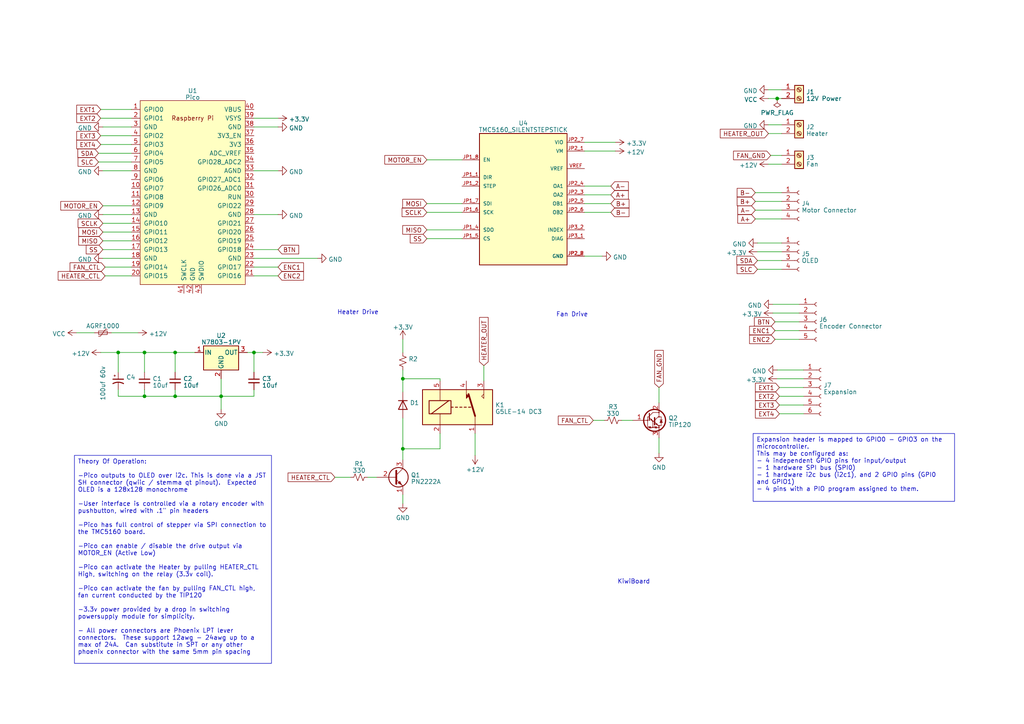
<source format=kicad_sch>
(kicad_sch (version 20230121) (generator eeschema)

  (uuid 9e2b85e7-5337-4458-814c-b9b7284580a9)

  (paper "A4")

  (lib_symbols
    (symbol "Connector:Conn_01x04_Socket" (pin_names (offset 1.016) hide) (in_bom yes) (on_board yes)
      (property "Reference" "J" (at 0 5.08 0)
        (effects (font (size 1.27 1.27)))
      )
      (property "Value" "Conn_01x04_Socket" (at 0 -7.62 0)
        (effects (font (size 1.27 1.27)))
      )
      (property "Footprint" "" (at 0 0 0)
        (effects (font (size 1.27 1.27)) hide)
      )
      (property "Datasheet" "~" (at 0 0 0)
        (effects (font (size 1.27 1.27)) hide)
      )
      (property "ki_locked" "" (at 0 0 0)
        (effects (font (size 1.27 1.27)))
      )
      (property "ki_keywords" "connector" (at 0 0 0)
        (effects (font (size 1.27 1.27)) hide)
      )
      (property "ki_description" "Generic connector, single row, 01x04, script generated" (at 0 0 0)
        (effects (font (size 1.27 1.27)) hide)
      )
      (property "ki_fp_filters" "Connector*:*_1x??_*" (at 0 0 0)
        (effects (font (size 1.27 1.27)) hide)
      )
      (symbol "Conn_01x04_Socket_1_1"
        (arc (start 0 -4.572) (mid -0.5058 -5.08) (end 0 -5.588)
          (stroke (width 0.1524) (type default))
          (fill (type none))
        )
        (arc (start 0 -2.032) (mid -0.5058 -2.54) (end 0 -3.048)
          (stroke (width 0.1524) (type default))
          (fill (type none))
        )
        (polyline
          (pts
            (xy -1.27 -5.08)
            (xy -0.508 -5.08)
          )
          (stroke (width 0.1524) (type default))
          (fill (type none))
        )
        (polyline
          (pts
            (xy -1.27 -2.54)
            (xy -0.508 -2.54)
          )
          (stroke (width 0.1524) (type default))
          (fill (type none))
        )
        (polyline
          (pts
            (xy -1.27 0)
            (xy -0.508 0)
          )
          (stroke (width 0.1524) (type default))
          (fill (type none))
        )
        (polyline
          (pts
            (xy -1.27 2.54)
            (xy -0.508 2.54)
          )
          (stroke (width 0.1524) (type default))
          (fill (type none))
        )
        (arc (start 0 0.508) (mid -0.5058 0) (end 0 -0.508)
          (stroke (width 0.1524) (type default))
          (fill (type none))
        )
        (arc (start 0 3.048) (mid -0.5058 2.54) (end 0 2.032)
          (stroke (width 0.1524) (type default))
          (fill (type none))
        )
        (pin passive line (at -5.08 2.54 0) (length 3.81)
          (name "Pin_1" (effects (font (size 1.27 1.27))))
          (number "1" (effects (font (size 1.27 1.27))))
        )
        (pin passive line (at -5.08 0 0) (length 3.81)
          (name "Pin_2" (effects (font (size 1.27 1.27))))
          (number "2" (effects (font (size 1.27 1.27))))
        )
        (pin passive line (at -5.08 -2.54 0) (length 3.81)
          (name "Pin_3" (effects (font (size 1.27 1.27))))
          (number "3" (effects (font (size 1.27 1.27))))
        )
        (pin passive line (at -5.08 -5.08 0) (length 3.81)
          (name "Pin_4" (effects (font (size 1.27 1.27))))
          (number "4" (effects (font (size 1.27 1.27))))
        )
      )
    )
    (symbol "Connector:Conn_01x05_Socket" (pin_names (offset 1.016) hide) (in_bom yes) (on_board yes)
      (property "Reference" "J" (at 0 7.62 0)
        (effects (font (size 1.27 1.27)))
      )
      (property "Value" "Conn_01x05_Socket" (at 0 -7.62 0)
        (effects (font (size 1.27 1.27)))
      )
      (property "Footprint" "" (at 0 0 0)
        (effects (font (size 1.27 1.27)) hide)
      )
      (property "Datasheet" "~" (at 0 0 0)
        (effects (font (size 1.27 1.27)) hide)
      )
      (property "ki_locked" "" (at 0 0 0)
        (effects (font (size 1.27 1.27)))
      )
      (property "ki_keywords" "connector" (at 0 0 0)
        (effects (font (size 1.27 1.27)) hide)
      )
      (property "ki_description" "Generic connector, single row, 01x05, script generated" (at 0 0 0)
        (effects (font (size 1.27 1.27)) hide)
      )
      (property "ki_fp_filters" "Connector*:*_1x??_*" (at 0 0 0)
        (effects (font (size 1.27 1.27)) hide)
      )
      (symbol "Conn_01x05_Socket_1_1"
        (arc (start 0 -4.572) (mid -0.5058 -5.08) (end 0 -5.588)
          (stroke (width 0.1524) (type default))
          (fill (type none))
        )
        (arc (start 0 -2.032) (mid -0.5058 -2.54) (end 0 -3.048)
          (stroke (width 0.1524) (type default))
          (fill (type none))
        )
        (polyline
          (pts
            (xy -1.27 -5.08)
            (xy -0.508 -5.08)
          )
          (stroke (width 0.1524) (type default))
          (fill (type none))
        )
        (polyline
          (pts
            (xy -1.27 -2.54)
            (xy -0.508 -2.54)
          )
          (stroke (width 0.1524) (type default))
          (fill (type none))
        )
        (polyline
          (pts
            (xy -1.27 0)
            (xy -0.508 0)
          )
          (stroke (width 0.1524) (type default))
          (fill (type none))
        )
        (polyline
          (pts
            (xy -1.27 2.54)
            (xy -0.508 2.54)
          )
          (stroke (width 0.1524) (type default))
          (fill (type none))
        )
        (polyline
          (pts
            (xy -1.27 5.08)
            (xy -0.508 5.08)
          )
          (stroke (width 0.1524) (type default))
          (fill (type none))
        )
        (arc (start 0 0.508) (mid -0.5058 0) (end 0 -0.508)
          (stroke (width 0.1524) (type default))
          (fill (type none))
        )
        (arc (start 0 3.048) (mid -0.5058 2.54) (end 0 2.032)
          (stroke (width 0.1524) (type default))
          (fill (type none))
        )
        (arc (start 0 5.588) (mid -0.5058 5.08) (end 0 4.572)
          (stroke (width 0.1524) (type default))
          (fill (type none))
        )
        (pin passive line (at -5.08 5.08 0) (length 3.81)
          (name "Pin_1" (effects (font (size 1.27 1.27))))
          (number "1" (effects (font (size 1.27 1.27))))
        )
        (pin passive line (at -5.08 2.54 0) (length 3.81)
          (name "Pin_2" (effects (font (size 1.27 1.27))))
          (number "2" (effects (font (size 1.27 1.27))))
        )
        (pin passive line (at -5.08 0 0) (length 3.81)
          (name "Pin_3" (effects (font (size 1.27 1.27))))
          (number "3" (effects (font (size 1.27 1.27))))
        )
        (pin passive line (at -5.08 -2.54 0) (length 3.81)
          (name "Pin_4" (effects (font (size 1.27 1.27))))
          (number "4" (effects (font (size 1.27 1.27))))
        )
        (pin passive line (at -5.08 -5.08 0) (length 3.81)
          (name "Pin_5" (effects (font (size 1.27 1.27))))
          (number "5" (effects (font (size 1.27 1.27))))
        )
      )
    )
    (symbol "Connector:Conn_01x06_Socket" (pin_names (offset 1.016) hide) (in_bom yes) (on_board yes)
      (property "Reference" "J" (at 0 7.62 0)
        (effects (font (size 1.27 1.27)))
      )
      (property "Value" "Conn_01x06_Socket" (at 0 -10.16 0)
        (effects (font (size 1.27 1.27)))
      )
      (property "Footprint" "" (at 0 0 0)
        (effects (font (size 1.27 1.27)) hide)
      )
      (property "Datasheet" "~" (at 0 0 0)
        (effects (font (size 1.27 1.27)) hide)
      )
      (property "ki_locked" "" (at 0 0 0)
        (effects (font (size 1.27 1.27)))
      )
      (property "ki_keywords" "connector" (at 0 0 0)
        (effects (font (size 1.27 1.27)) hide)
      )
      (property "ki_description" "Generic connector, single row, 01x06, script generated" (at 0 0 0)
        (effects (font (size 1.27 1.27)) hide)
      )
      (property "ki_fp_filters" "Connector*:*_1x??_*" (at 0 0 0)
        (effects (font (size 1.27 1.27)) hide)
      )
      (symbol "Conn_01x06_Socket_1_1"
        (arc (start 0 -7.112) (mid -0.5058 -7.62) (end 0 -8.128)
          (stroke (width 0.1524) (type default))
          (fill (type none))
        )
        (arc (start 0 -4.572) (mid -0.5058 -5.08) (end 0 -5.588)
          (stroke (width 0.1524) (type default))
          (fill (type none))
        )
        (arc (start 0 -2.032) (mid -0.5058 -2.54) (end 0 -3.048)
          (stroke (width 0.1524) (type default))
          (fill (type none))
        )
        (polyline
          (pts
            (xy -1.27 -7.62)
            (xy -0.508 -7.62)
          )
          (stroke (width 0.1524) (type default))
          (fill (type none))
        )
        (polyline
          (pts
            (xy -1.27 -5.08)
            (xy -0.508 -5.08)
          )
          (stroke (width 0.1524) (type default))
          (fill (type none))
        )
        (polyline
          (pts
            (xy -1.27 -2.54)
            (xy -0.508 -2.54)
          )
          (stroke (width 0.1524) (type default))
          (fill (type none))
        )
        (polyline
          (pts
            (xy -1.27 0)
            (xy -0.508 0)
          )
          (stroke (width 0.1524) (type default))
          (fill (type none))
        )
        (polyline
          (pts
            (xy -1.27 2.54)
            (xy -0.508 2.54)
          )
          (stroke (width 0.1524) (type default))
          (fill (type none))
        )
        (polyline
          (pts
            (xy -1.27 5.08)
            (xy -0.508 5.08)
          )
          (stroke (width 0.1524) (type default))
          (fill (type none))
        )
        (arc (start 0 0.508) (mid -0.5058 0) (end 0 -0.508)
          (stroke (width 0.1524) (type default))
          (fill (type none))
        )
        (arc (start 0 3.048) (mid -0.5058 2.54) (end 0 2.032)
          (stroke (width 0.1524) (type default))
          (fill (type none))
        )
        (arc (start 0 5.588) (mid -0.5058 5.08) (end 0 4.572)
          (stroke (width 0.1524) (type default))
          (fill (type none))
        )
        (pin passive line (at -5.08 5.08 0) (length 3.81)
          (name "Pin_1" (effects (font (size 1.27 1.27))))
          (number "1" (effects (font (size 1.27 1.27))))
        )
        (pin passive line (at -5.08 2.54 0) (length 3.81)
          (name "Pin_2" (effects (font (size 1.27 1.27))))
          (number "2" (effects (font (size 1.27 1.27))))
        )
        (pin passive line (at -5.08 0 0) (length 3.81)
          (name "Pin_3" (effects (font (size 1.27 1.27))))
          (number "3" (effects (font (size 1.27 1.27))))
        )
        (pin passive line (at -5.08 -2.54 0) (length 3.81)
          (name "Pin_4" (effects (font (size 1.27 1.27))))
          (number "4" (effects (font (size 1.27 1.27))))
        )
        (pin passive line (at -5.08 -5.08 0) (length 3.81)
          (name "Pin_5" (effects (font (size 1.27 1.27))))
          (number "5" (effects (font (size 1.27 1.27))))
        )
        (pin passive line (at -5.08 -7.62 0) (length 3.81)
          (name "Pin_6" (effects (font (size 1.27 1.27))))
          (number "6" (effects (font (size 1.27 1.27))))
        )
      )
    )
    (symbol "Connector:Screw_Terminal_01x02" (pin_names (offset 1.016) hide) (in_bom yes) (on_board yes)
      (property "Reference" "J" (at 0 2.54 0)
        (effects (font (size 1.27 1.27)))
      )
      (property "Value" "Screw_Terminal_01x02" (at 0 -5.08 0)
        (effects (font (size 1.27 1.27)))
      )
      (property "Footprint" "" (at 0 0 0)
        (effects (font (size 1.27 1.27)) hide)
      )
      (property "Datasheet" "~" (at 0 0 0)
        (effects (font (size 1.27 1.27)) hide)
      )
      (property "ki_keywords" "screw terminal" (at 0 0 0)
        (effects (font (size 1.27 1.27)) hide)
      )
      (property "ki_description" "Generic screw terminal, single row, 01x02, script generated (kicad-library-utils/schlib/autogen/connector/)" (at 0 0 0)
        (effects (font (size 1.27 1.27)) hide)
      )
      (property "ki_fp_filters" "TerminalBlock*:*" (at 0 0 0)
        (effects (font (size 1.27 1.27)) hide)
      )
      (symbol "Screw_Terminal_01x02_1_1"
        (rectangle (start -1.27 1.27) (end 1.27 -3.81)
          (stroke (width 0.254) (type default))
          (fill (type background))
        )
        (circle (center 0 -2.54) (radius 0.635)
          (stroke (width 0.1524) (type default))
          (fill (type none))
        )
        (polyline
          (pts
            (xy -0.5334 -2.2098)
            (xy 0.3302 -3.048)
          )
          (stroke (width 0.1524) (type default))
          (fill (type none))
        )
        (polyline
          (pts
            (xy -0.5334 0.3302)
            (xy 0.3302 -0.508)
          )
          (stroke (width 0.1524) (type default))
          (fill (type none))
        )
        (polyline
          (pts
            (xy -0.3556 -2.032)
            (xy 0.508 -2.8702)
          )
          (stroke (width 0.1524) (type default))
          (fill (type none))
        )
        (polyline
          (pts
            (xy -0.3556 0.508)
            (xy 0.508 -0.3302)
          )
          (stroke (width 0.1524) (type default))
          (fill (type none))
        )
        (circle (center 0 0) (radius 0.635)
          (stroke (width 0.1524) (type default))
          (fill (type none))
        )
        (pin passive line (at -5.08 0 0) (length 3.81)
          (name "Pin_1" (effects (font (size 1.27 1.27))))
          (number "1" (effects (font (size 1.27 1.27))))
        )
        (pin passive line (at -5.08 -2.54 0) (length 3.81)
          (name "Pin_2" (effects (font (size 1.27 1.27))))
          (number "2" (effects (font (size 1.27 1.27))))
        )
      )
    )
    (symbol "Device:C_Polarized_Small_US" (pin_numbers hide) (pin_names (offset 0.254) hide) (in_bom yes) (on_board yes)
      (property "Reference" "C" (at 0.254 1.778 0)
        (effects (font (size 1.27 1.27)) (justify left))
      )
      (property "Value" "C_Polarized_Small_US" (at 0.254 -2.032 0)
        (effects (font (size 1.27 1.27)) (justify left))
      )
      (property "Footprint" "" (at 0 0 0)
        (effects (font (size 1.27 1.27)) hide)
      )
      (property "Datasheet" "~" (at 0 0 0)
        (effects (font (size 1.27 1.27)) hide)
      )
      (property "ki_keywords" "cap capacitor" (at 0 0 0)
        (effects (font (size 1.27 1.27)) hide)
      )
      (property "ki_description" "Polarized capacitor, small US symbol" (at 0 0 0)
        (effects (font (size 1.27 1.27)) hide)
      )
      (property "ki_fp_filters" "CP_*" (at 0 0 0)
        (effects (font (size 1.27 1.27)) hide)
      )
      (symbol "C_Polarized_Small_US_0_1"
        (polyline
          (pts
            (xy -1.524 0.508)
            (xy 1.524 0.508)
          )
          (stroke (width 0.3048) (type default))
          (fill (type none))
        )
        (polyline
          (pts
            (xy -1.27 1.524)
            (xy -0.762 1.524)
          )
          (stroke (width 0) (type default))
          (fill (type none))
        )
        (polyline
          (pts
            (xy -1.016 1.27)
            (xy -1.016 1.778)
          )
          (stroke (width 0) (type default))
          (fill (type none))
        )
        (arc (start 1.524 -0.762) (mid 0 -0.3734) (end -1.524 -0.762)
          (stroke (width 0.3048) (type default))
          (fill (type none))
        )
      )
      (symbol "C_Polarized_Small_US_1_1"
        (pin passive line (at 0 2.54 270) (length 2.032)
          (name "~" (effects (font (size 1.27 1.27))))
          (number "1" (effects (font (size 1.27 1.27))))
        )
        (pin passive line (at 0 -2.54 90) (length 2.032)
          (name "~" (effects (font (size 1.27 1.27))))
          (number "2" (effects (font (size 1.27 1.27))))
        )
      )
    )
    (symbol "Device:C_Small" (pin_numbers hide) (pin_names (offset 0.254) hide) (in_bom yes) (on_board yes)
      (property "Reference" "C" (at 0.254 1.778 0)
        (effects (font (size 1.27 1.27)) (justify left))
      )
      (property "Value" "C_Small" (at 0.254 -2.032 0)
        (effects (font (size 1.27 1.27)) (justify left))
      )
      (property "Footprint" "" (at 0 0 0)
        (effects (font (size 1.27 1.27)) hide)
      )
      (property "Datasheet" "~" (at 0 0 0)
        (effects (font (size 1.27 1.27)) hide)
      )
      (property "ki_keywords" "capacitor cap" (at 0 0 0)
        (effects (font (size 1.27 1.27)) hide)
      )
      (property "ki_description" "Unpolarized capacitor, small symbol" (at 0 0 0)
        (effects (font (size 1.27 1.27)) hide)
      )
      (property "ki_fp_filters" "C_*" (at 0 0 0)
        (effects (font (size 1.27 1.27)) hide)
      )
      (symbol "C_Small_0_1"
        (polyline
          (pts
            (xy -1.524 -0.508)
            (xy 1.524 -0.508)
          )
          (stroke (width 0.3302) (type default))
          (fill (type none))
        )
        (polyline
          (pts
            (xy -1.524 0.508)
            (xy 1.524 0.508)
          )
          (stroke (width 0.3048) (type default))
          (fill (type none))
        )
      )
      (symbol "C_Small_1_1"
        (pin passive line (at 0 2.54 270) (length 2.032)
          (name "~" (effects (font (size 1.27 1.27))))
          (number "1" (effects (font (size 1.27 1.27))))
        )
        (pin passive line (at 0 -2.54 90) (length 2.032)
          (name "~" (effects (font (size 1.27 1.27))))
          (number "2" (effects (font (size 1.27 1.27))))
        )
      )
    )
    (symbol "Device:Polyfuse_Small" (pin_numbers hide) (pin_names (offset 0)) (in_bom yes) (on_board yes)
      (property "Reference" "F" (at -1.905 0 90)
        (effects (font (size 1.27 1.27)))
      )
      (property "Value" "Polyfuse_Small" (at 1.905 0 90)
        (effects (font (size 1.27 1.27)))
      )
      (property "Footprint" "" (at 1.27 -5.08 0)
        (effects (font (size 1.27 1.27)) (justify left) hide)
      )
      (property "Datasheet" "~" (at 0 0 0)
        (effects (font (size 1.27 1.27)) hide)
      )
      (property "ki_keywords" "resettable fuse PTC PPTC polyfuse polyswitch" (at 0 0 0)
        (effects (font (size 1.27 1.27)) hide)
      )
      (property "ki_description" "Resettable fuse, polymeric positive temperature coefficient, small symbol" (at 0 0 0)
        (effects (font (size 1.27 1.27)) hide)
      )
      (property "ki_fp_filters" "*polyfuse* *PTC*" (at 0 0 0)
        (effects (font (size 1.27 1.27)) hide)
      )
      (symbol "Polyfuse_Small_0_1"
        (rectangle (start -0.508 1.27) (end 0.508 -1.27)
          (stroke (width 0) (type default))
          (fill (type none))
        )
        (polyline
          (pts
            (xy 0 2.54)
            (xy 0 -2.54)
          )
          (stroke (width 0) (type default))
          (fill (type none))
        )
        (polyline
          (pts
            (xy -1.016 1.27)
            (xy -1.016 0.762)
            (xy 1.016 -0.762)
            (xy 1.016 -1.27)
          )
          (stroke (width 0) (type default))
          (fill (type none))
        )
      )
      (symbol "Polyfuse_Small_1_1"
        (pin passive line (at 0 2.54 270) (length 0.635)
          (name "~" (effects (font (size 1.27 1.27))))
          (number "1" (effects (font (size 1.27 1.27))))
        )
        (pin passive line (at 0 -2.54 90) (length 0.635)
          (name "~" (effects (font (size 1.27 1.27))))
          (number "2" (effects (font (size 1.27 1.27))))
        )
      )
    )
    (symbol "Device:R_Small_US" (pin_numbers hide) (pin_names (offset 0.254) hide) (in_bom yes) (on_board yes)
      (property "Reference" "R" (at 0.762 0.508 0)
        (effects (font (size 1.27 1.27)) (justify left))
      )
      (property "Value" "R_Small_US" (at 0.762 -1.016 0)
        (effects (font (size 1.27 1.27)) (justify left))
      )
      (property "Footprint" "" (at 0 0 0)
        (effects (font (size 1.27 1.27)) hide)
      )
      (property "Datasheet" "~" (at 0 0 0)
        (effects (font (size 1.27 1.27)) hide)
      )
      (property "ki_keywords" "r resistor" (at 0 0 0)
        (effects (font (size 1.27 1.27)) hide)
      )
      (property "ki_description" "Resistor, small US symbol" (at 0 0 0)
        (effects (font (size 1.27 1.27)) hide)
      )
      (property "ki_fp_filters" "R_*" (at 0 0 0)
        (effects (font (size 1.27 1.27)) hide)
      )
      (symbol "R_Small_US_1_1"
        (polyline
          (pts
            (xy 0 0)
            (xy 1.016 -0.381)
            (xy 0 -0.762)
            (xy -1.016 -1.143)
            (xy 0 -1.524)
          )
          (stroke (width 0) (type default))
          (fill (type none))
        )
        (polyline
          (pts
            (xy 0 1.524)
            (xy 1.016 1.143)
            (xy 0 0.762)
            (xy -1.016 0.381)
            (xy 0 0)
          )
          (stroke (width 0) (type default))
          (fill (type none))
        )
        (pin passive line (at 0 2.54 270) (length 1.016)
          (name "~" (effects (font (size 1.27 1.27))))
          (number "1" (effects (font (size 1.27 1.27))))
        )
        (pin passive line (at 0 -2.54 90) (length 1.016)
          (name "~" (effects (font (size 1.27 1.27))))
          (number "2" (effects (font (size 1.27 1.27))))
        )
      )
    )
    (symbol "Diode:1N4148" (pin_numbers hide) (pin_names hide) (in_bom yes) (on_board yes)
      (property "Reference" "D" (at 0 2.54 0)
        (effects (font (size 1.27 1.27)))
      )
      (property "Value" "1N4148" (at 0 -2.54 0)
        (effects (font (size 1.27 1.27)))
      )
      (property "Footprint" "Diode_THT:D_DO-35_SOD27_P7.62mm_Horizontal" (at 0 0 0)
        (effects (font (size 1.27 1.27)) hide)
      )
      (property "Datasheet" "https://assets.nexperia.com/documents/data-sheet/1N4148_1N4448.pdf" (at 0 0 0)
        (effects (font (size 1.27 1.27)) hide)
      )
      (property "Sim.Device" "D" (at 0 0 0)
        (effects (font (size 1.27 1.27)) hide)
      )
      (property "Sim.Pins" "1=K 2=A" (at 0 0 0)
        (effects (font (size 1.27 1.27)) hide)
      )
      (property "ki_keywords" "diode" (at 0 0 0)
        (effects (font (size 1.27 1.27)) hide)
      )
      (property "ki_description" "100V 0.15A standard switching diode, DO-35" (at 0 0 0)
        (effects (font (size 1.27 1.27)) hide)
      )
      (property "ki_fp_filters" "D*DO?35*" (at 0 0 0)
        (effects (font (size 1.27 1.27)) hide)
      )
      (symbol "1N4148_0_1"
        (polyline
          (pts
            (xy -1.27 1.27)
            (xy -1.27 -1.27)
          )
          (stroke (width 0.254) (type default))
          (fill (type none))
        )
        (polyline
          (pts
            (xy 1.27 0)
            (xy -1.27 0)
          )
          (stroke (width 0) (type default))
          (fill (type none))
        )
        (polyline
          (pts
            (xy 1.27 1.27)
            (xy 1.27 -1.27)
            (xy -1.27 0)
            (xy 1.27 1.27)
          )
          (stroke (width 0.254) (type default))
          (fill (type none))
        )
      )
      (symbol "1N4148_1_1"
        (pin passive line (at -3.81 0 0) (length 2.54)
          (name "K" (effects (font (size 1.27 1.27))))
          (number "1" (effects (font (size 1.27 1.27))))
        )
        (pin passive line (at 3.81 0 180) (length 2.54)
          (name "A" (effects (font (size 1.27 1.27))))
          (number "2" (effects (font (size 1.27 1.27))))
        )
      )
    )
    (symbol "Raspberry Pi Pico:Pico" (pin_names (offset 1.016)) (in_bom yes) (on_board yes)
      (property "Reference" "U" (at -13.97 27.94 0)
        (effects (font (size 1.27 1.27)))
      )
      (property "Value" "Pico" (at 0 19.05 0)
        (effects (font (size 1.27 1.27)))
      )
      (property "Footprint" "RPi_Pico:RPi_Pico_SMD_TH" (at 0 0 90)
        (effects (font (size 1.27 1.27)) hide)
      )
      (property "Datasheet" "" (at 0 0 0)
        (effects (font (size 1.27 1.27)) hide)
      )
      (symbol "Pico_0_0"
        (text "Raspberry Pi" (at 0 21.59 0)
          (effects (font (size 1.27 1.27)))
        )
      )
      (symbol "Pico_0_1"
        (rectangle (start -15.24 26.67) (end 15.24 -26.67)
          (stroke (width 0) (type solid))
          (fill (type background))
        )
      )
      (symbol "Pico_1_1"
        (pin bidirectional line (at -17.78 24.13 0) (length 2.54)
          (name "GPIO0" (effects (font (size 1.27 1.27))))
          (number "1" (effects (font (size 1.27 1.27))))
        )
        (pin bidirectional line (at -17.78 1.27 0) (length 2.54)
          (name "GPIO7" (effects (font (size 1.27 1.27))))
          (number "10" (effects (font (size 1.27 1.27))))
        )
        (pin bidirectional line (at -17.78 -1.27 0) (length 2.54)
          (name "GPIO8" (effects (font (size 1.27 1.27))))
          (number "11" (effects (font (size 1.27 1.27))))
        )
        (pin bidirectional line (at -17.78 -3.81 0) (length 2.54)
          (name "GPIO9" (effects (font (size 1.27 1.27))))
          (number "12" (effects (font (size 1.27 1.27))))
        )
        (pin power_in line (at -17.78 -6.35 0) (length 2.54)
          (name "GND" (effects (font (size 1.27 1.27))))
          (number "13" (effects (font (size 1.27 1.27))))
        )
        (pin bidirectional line (at -17.78 -8.89 0) (length 2.54)
          (name "GPIO10" (effects (font (size 1.27 1.27))))
          (number "14" (effects (font (size 1.27 1.27))))
        )
        (pin bidirectional line (at -17.78 -11.43 0) (length 2.54)
          (name "GPIO11" (effects (font (size 1.27 1.27))))
          (number "15" (effects (font (size 1.27 1.27))))
        )
        (pin bidirectional line (at -17.78 -13.97 0) (length 2.54)
          (name "GPIO12" (effects (font (size 1.27 1.27))))
          (number "16" (effects (font (size 1.27 1.27))))
        )
        (pin bidirectional line (at -17.78 -16.51 0) (length 2.54)
          (name "GPIO13" (effects (font (size 1.27 1.27))))
          (number "17" (effects (font (size 1.27 1.27))))
        )
        (pin power_in line (at -17.78 -19.05 0) (length 2.54)
          (name "GND" (effects (font (size 1.27 1.27))))
          (number "18" (effects (font (size 1.27 1.27))))
        )
        (pin bidirectional line (at -17.78 -21.59 0) (length 2.54)
          (name "GPIO14" (effects (font (size 1.27 1.27))))
          (number "19" (effects (font (size 1.27 1.27))))
        )
        (pin bidirectional line (at -17.78 21.59 0) (length 2.54)
          (name "GPIO1" (effects (font (size 1.27 1.27))))
          (number "2" (effects (font (size 1.27 1.27))))
        )
        (pin bidirectional line (at -17.78 -24.13 0) (length 2.54)
          (name "GPIO15" (effects (font (size 1.27 1.27))))
          (number "20" (effects (font (size 1.27 1.27))))
        )
        (pin bidirectional line (at 17.78 -24.13 180) (length 2.54)
          (name "GPIO16" (effects (font (size 1.27 1.27))))
          (number "21" (effects (font (size 1.27 1.27))))
        )
        (pin bidirectional line (at 17.78 -21.59 180) (length 2.54)
          (name "GPIO17" (effects (font (size 1.27 1.27))))
          (number "22" (effects (font (size 1.27 1.27))))
        )
        (pin power_in line (at 17.78 -19.05 180) (length 2.54)
          (name "GND" (effects (font (size 1.27 1.27))))
          (number "23" (effects (font (size 1.27 1.27))))
        )
        (pin bidirectional line (at 17.78 -16.51 180) (length 2.54)
          (name "GPIO18" (effects (font (size 1.27 1.27))))
          (number "24" (effects (font (size 1.27 1.27))))
        )
        (pin bidirectional line (at 17.78 -13.97 180) (length 2.54)
          (name "GPIO19" (effects (font (size 1.27 1.27))))
          (number "25" (effects (font (size 1.27 1.27))))
        )
        (pin bidirectional line (at 17.78 -11.43 180) (length 2.54)
          (name "GPIO20" (effects (font (size 1.27 1.27))))
          (number "26" (effects (font (size 1.27 1.27))))
        )
        (pin bidirectional line (at 17.78 -8.89 180) (length 2.54)
          (name "GPIO21" (effects (font (size 1.27 1.27))))
          (number "27" (effects (font (size 1.27 1.27))))
        )
        (pin power_in line (at 17.78 -6.35 180) (length 2.54)
          (name "GND" (effects (font (size 1.27 1.27))))
          (number "28" (effects (font (size 1.27 1.27))))
        )
        (pin bidirectional line (at 17.78 -3.81 180) (length 2.54)
          (name "GPIO22" (effects (font (size 1.27 1.27))))
          (number "29" (effects (font (size 1.27 1.27))))
        )
        (pin power_in line (at -17.78 19.05 0) (length 2.54)
          (name "GND" (effects (font (size 1.27 1.27))))
          (number "3" (effects (font (size 1.27 1.27))))
        )
        (pin input line (at 17.78 -1.27 180) (length 2.54)
          (name "RUN" (effects (font (size 1.27 1.27))))
          (number "30" (effects (font (size 1.27 1.27))))
        )
        (pin bidirectional line (at 17.78 1.27 180) (length 2.54)
          (name "GPIO26_ADC0" (effects (font (size 1.27 1.27))))
          (number "31" (effects (font (size 1.27 1.27))))
        )
        (pin bidirectional line (at 17.78 3.81 180) (length 2.54)
          (name "GPIO27_ADC1" (effects (font (size 1.27 1.27))))
          (number "32" (effects (font (size 1.27 1.27))))
        )
        (pin power_in line (at 17.78 6.35 180) (length 2.54)
          (name "AGND" (effects (font (size 1.27 1.27))))
          (number "33" (effects (font (size 1.27 1.27))))
        )
        (pin bidirectional line (at 17.78 8.89 180) (length 2.54)
          (name "GPIO28_ADC2" (effects (font (size 1.27 1.27))))
          (number "34" (effects (font (size 1.27 1.27))))
        )
        (pin unspecified line (at 17.78 11.43 180) (length 2.54)
          (name "ADC_VREF" (effects (font (size 1.27 1.27))))
          (number "35" (effects (font (size 1.27 1.27))))
        )
        (pin unspecified line (at 17.78 13.97 180) (length 2.54)
          (name "3V3" (effects (font (size 1.27 1.27))))
          (number "36" (effects (font (size 1.27 1.27))))
        )
        (pin input line (at 17.78 16.51 180) (length 2.54)
          (name "3V3_EN" (effects (font (size 1.27 1.27))))
          (number "37" (effects (font (size 1.27 1.27))))
        )
        (pin bidirectional line (at 17.78 19.05 180) (length 2.54)
          (name "GND" (effects (font (size 1.27 1.27))))
          (number "38" (effects (font (size 1.27 1.27))))
        )
        (pin unspecified line (at 17.78 21.59 180) (length 2.54)
          (name "VSYS" (effects (font (size 1.27 1.27))))
          (number "39" (effects (font (size 1.27 1.27))))
        )
        (pin bidirectional line (at -17.78 16.51 0) (length 2.54)
          (name "GPIO2" (effects (font (size 1.27 1.27))))
          (number "4" (effects (font (size 1.27 1.27))))
        )
        (pin unspecified line (at 17.78 24.13 180) (length 2.54)
          (name "VBUS" (effects (font (size 1.27 1.27))))
          (number "40" (effects (font (size 1.27 1.27))))
        )
        (pin input line (at -2.54 -29.21 90) (length 2.54)
          (name "SWCLK" (effects (font (size 1.27 1.27))))
          (number "41" (effects (font (size 1.27 1.27))))
        )
        (pin power_in line (at 0 -29.21 90) (length 2.54)
          (name "GND" (effects (font (size 1.27 1.27))))
          (number "42" (effects (font (size 1.27 1.27))))
        )
        (pin bidirectional line (at 2.54 -29.21 90) (length 2.54)
          (name "SWDIO" (effects (font (size 1.27 1.27))))
          (number "43" (effects (font (size 1.27 1.27))))
        )
        (pin bidirectional line (at -17.78 13.97 0) (length 2.54)
          (name "GPIO3" (effects (font (size 1.27 1.27))))
          (number "5" (effects (font (size 1.27 1.27))))
        )
        (pin bidirectional line (at -17.78 11.43 0) (length 2.54)
          (name "GPIO4" (effects (font (size 1.27 1.27))))
          (number "6" (effects (font (size 1.27 1.27))))
        )
        (pin bidirectional line (at -17.78 8.89 0) (length 2.54)
          (name "GPIO5" (effects (font (size 1.27 1.27))))
          (number "7" (effects (font (size 1.27 1.27))))
        )
        (pin power_in line (at -17.78 6.35 0) (length 2.54)
          (name "GND" (effects (font (size 1.27 1.27))))
          (number "8" (effects (font (size 1.27 1.27))))
        )
        (pin bidirectional line (at -17.78 3.81 0) (length 2.54)
          (name "GPIO6" (effects (font (size 1.27 1.27))))
          (number "9" (effects (font (size 1.27 1.27))))
        )
      )
    )
    (symbol "Regulator_Switching:R-78E3.3-0.5" (pin_names (offset 0.254)) (in_bom yes) (on_board yes)
      (property "Reference" "U" (at -3.81 3.175 0)
        (effects (font (size 1.27 1.27)))
      )
      (property "Value" "R-78E3.3-0.5" (at 0 3.175 0)
        (effects (font (size 1.27 1.27)) (justify left))
      )
      (property "Footprint" "Converter_DCDC:Converter_DCDC_RECOM_R-78E-0.5_THT" (at 1.27 -6.35 0)
        (effects (font (size 1.27 1.27) italic) (justify left) hide)
      )
      (property "Datasheet" "https://www.recom-power.com/pdf/Innoline/R-78Exx-0.5.pdf" (at 0 0 0)
        (effects (font (size 1.27 1.27)) hide)
      )
      (property "ki_keywords" "dc-dc recom Step-Down DC/DC-Regulator" (at 0 0 0)
        (effects (font (size 1.27 1.27)) hide)
      )
      (property "ki_description" "500mA Step-Down DC/DC-Regulator, 6-28V input, 3.3V fixed Output Voltage, LM78xx replacement, -40°C to +85°C, SIP3" (at 0 0 0)
        (effects (font (size 1.27 1.27)) hide)
      )
      (property "ki_fp_filters" "Converter*DCDC*RECOM*R*78E*0.5*" (at 0 0 0)
        (effects (font (size 1.27 1.27)) hide)
      )
      (symbol "R-78E3.3-0.5_0_1"
        (rectangle (start -5.08 1.905) (end 5.08 -5.08)
          (stroke (width 0.254) (type default))
          (fill (type background))
        )
      )
      (symbol "R-78E3.3-0.5_1_1"
        (pin power_in line (at -7.62 0 0) (length 2.54)
          (name "IN" (effects (font (size 1.27 1.27))))
          (number "1" (effects (font (size 1.27 1.27))))
        )
        (pin power_in line (at 0 -7.62 90) (length 2.54)
          (name "GND" (effects (font (size 1.27 1.27))))
          (number "2" (effects (font (size 1.27 1.27))))
        )
        (pin power_out line (at 7.62 0 180) (length 2.54)
          (name "OUT" (effects (font (size 1.27 1.27))))
          (number "3" (effects (font (size 1.27 1.27))))
        )
      )
    )
    (symbol "Relay:G5LE-1" (in_bom yes) (on_board yes)
      (property "Reference" "K" (at 11.43 3.81 0)
        (effects (font (size 1.27 1.27)) (justify left))
      )
      (property "Value" "G5LE-1" (at 11.43 1.27 0)
        (effects (font (size 1.27 1.27)) (justify left))
      )
      (property "Footprint" "Relay_THT:Relay_SPDT_Omron-G5LE-1" (at 11.43 -1.27 0)
        (effects (font (size 1.27 1.27)) (justify left) hide)
      )
      (property "Datasheet" "http://www.omron.com/ecb/products/pdf/en-g5le.pdf" (at 0 0 0)
        (effects (font (size 1.27 1.27)) hide)
      )
      (property "ki_keywords" "Miniature Single Pole Relay" (at 0 0 0)
        (effects (font (size 1.27 1.27)) hide)
      )
      (property "ki_description" "Omron G5LE relay, Miniature Single Pole, SPDT, 10A" (at 0 0 0)
        (effects (font (size 1.27 1.27)) hide)
      )
      (property "ki_fp_filters" "Relay*SPDT*Omron*G5LE?1*" (at 0 0 0)
        (effects (font (size 1.27 1.27)) hide)
      )
      (symbol "G5LE-1_0_0"
        (polyline
          (pts
            (xy 7.62 5.08)
            (xy 7.62 2.54)
            (xy 6.985 3.175)
            (xy 7.62 3.81)
          )
          (stroke (width 0) (type default))
          (fill (type none))
        )
      )
      (symbol "G5LE-1_0_1"
        (rectangle (start -10.16 5.08) (end 10.16 -5.08)
          (stroke (width 0.254) (type default))
          (fill (type background))
        )
        (rectangle (start -8.255 1.905) (end -1.905 -1.905)
          (stroke (width 0.254) (type default))
          (fill (type none))
        )
        (polyline
          (pts
            (xy -7.62 -1.905)
            (xy -2.54 1.905)
          )
          (stroke (width 0.254) (type default))
          (fill (type none))
        )
        (polyline
          (pts
            (xy -5.08 -5.08)
            (xy -5.08 -1.905)
          )
          (stroke (width 0) (type default))
          (fill (type none))
        )
        (polyline
          (pts
            (xy -5.08 5.08)
            (xy -5.08 1.905)
          )
          (stroke (width 0) (type default))
          (fill (type none))
        )
        (polyline
          (pts
            (xy -1.905 0)
            (xy -1.27 0)
          )
          (stroke (width 0.254) (type default))
          (fill (type none))
        )
        (polyline
          (pts
            (xy -0.635 0)
            (xy 0 0)
          )
          (stroke (width 0.254) (type default))
          (fill (type none))
        )
        (polyline
          (pts
            (xy 0.635 0)
            (xy 1.27 0)
          )
          (stroke (width 0.254) (type default))
          (fill (type none))
        )
        (polyline
          (pts
            (xy 1.905 0)
            (xy 2.54 0)
          )
          (stroke (width 0.254) (type default))
          (fill (type none))
        )
        (polyline
          (pts
            (xy 3.175 0)
            (xy 3.81 0)
          )
          (stroke (width 0.254) (type default))
          (fill (type none))
        )
        (polyline
          (pts
            (xy 5.08 -2.54)
            (xy 3.175 3.81)
          )
          (stroke (width 0.508) (type default))
          (fill (type none))
        )
        (polyline
          (pts
            (xy 5.08 -2.54)
            (xy 5.08 -5.08)
          )
          (stroke (width 0) (type default))
          (fill (type none))
        )
        (polyline
          (pts
            (xy 2.54 5.08)
            (xy 2.54 2.54)
            (xy 3.175 3.175)
            (xy 2.54 3.81)
          )
          (stroke (width 0) (type default))
          (fill (type outline))
        )
      )
      (symbol "G5LE-1_1_1"
        (pin passive line (at 5.08 -7.62 90) (length 2.54)
          (name "~" (effects (font (size 1.27 1.27))))
          (number "1" (effects (font (size 1.27 1.27))))
        )
        (pin passive line (at -5.08 -7.62 90) (length 2.54)
          (name "~" (effects (font (size 1.27 1.27))))
          (number "2" (effects (font (size 1.27 1.27))))
        )
        (pin passive line (at 7.62 7.62 270) (length 2.54)
          (name "~" (effects (font (size 1.27 1.27))))
          (number "3" (effects (font (size 1.27 1.27))))
        )
        (pin passive line (at 2.54 7.62 270) (length 2.54)
          (name "~" (effects (font (size 1.27 1.27))))
          (number "4" (effects (font (size 1.27 1.27))))
        )
        (pin passive line (at -5.08 7.62 270) (length 2.54)
          (name "~" (effects (font (size 1.27 1.27))))
          (number "5" (effects (font (size 1.27 1.27))))
        )
      )
    )
    (symbol "TMC2208_SILENTSTEPSTICK:TMC5160_SILENTSTEPSTICK" (pin_names (offset 1.016)) (in_bom yes) (on_board yes)
      (property "Reference" "U" (at -12.7 19.05 0)
        (effects (font (size 1.27 1.27)) (justify left bottom))
      )
      (property "Value" "TMC5160_SILENTSTEPSTICK" (at -12.7 -22.86 0)
        (effects (font (size 1.27 1.27)) (justify left bottom))
      )
      (property "Footprint" "MODULE_TMC2208_SILENTSTEPSTICK" (at 0 0 0)
        (effects (font (size 1.27 1.27)) (justify bottom) hide)
      )
      (property "Datasheet" "" (at 0 0 0)
        (effects (font (size 1.27 1.27)) hide)
      )
      (property "MANUFACTURER" "Trinamic Motion" (at 0 0 0)
        (effects (font (size 1.27 1.27)) (justify bottom) hide)
      )
      (symbol "TMC5160_SILENTSTEPSTICK_0_0"
        (rectangle (start -12.7 17.78) (end 12.7 -20.32)
          (stroke (width 0.254) (type default))
          (fill (type background))
        )
        (pin input line (at -17.78 5.08 0) (length 5.08)
          (name "DIR" (effects (font (size 1.016 1.016))))
          (number "JP1_1" (effects (font (size 1.016 1.016))))
        )
        (pin input line (at -17.78 2.54 0) (length 5.08)
          (name "STEP" (effects (font (size 1.016 1.016))))
          (number "JP1_2" (effects (font (size 1.016 1.016))))
        )
        (pin input line (at -17.78 10.16 0) (length 5.08)
          (name "EN" (effects (font (size 1.016 1.016))))
          (number "JP1_8" (effects (font (size 1.016 1.016))))
        )
        (pin power_in line (at 17.78 12.7 180) (length 5.08)
          (name "VM" (effects (font (size 1.016 1.016))))
          (number "JP2_1" (effects (font (size 1.016 1.016))))
        )
        (pin power_in line (at 17.78 -17.78 180) (length 5.08)
          (name "GND" (effects (font (size 1.016 1.016))))
          (number "JP2_2" (effects (font (size 1.016 1.016))))
        )
        (pin passive line (at 17.78 0 180) (length 5.08)
          (name "OA2" (effects (font (size 1.016 1.016))))
          (number "JP2_3" (effects (font (size 1.016 1.016))))
        )
        (pin passive line (at 17.78 2.54 180) (length 5.08)
          (name "OA1" (effects (font (size 1.016 1.016))))
          (number "JP2_4" (effects (font (size 1.016 1.016))))
        )
        (pin passive line (at 17.78 -2.54 180) (length 5.08)
          (name "OB1" (effects (font (size 1.016 1.016))))
          (number "JP2_5" (effects (font (size 1.016 1.016))))
        )
        (pin passive line (at 17.78 -5.08 180) (length 5.08)
          (name "OB2" (effects (font (size 1.016 1.016))))
          (number "JP2_6" (effects (font (size 1.016 1.016))))
        )
        (pin power_in line (at 17.78 15.24 180) (length 5.08)
          (name "VIO" (effects (font (size 1.016 1.016))))
          (number "JP2_7" (effects (font (size 1.016 1.016))))
        )
        (pin power_in line (at 17.78 -17.78 180) (length 5.08)
          (name "GND" (effects (font (size 1.016 1.016))))
          (number "JP2_8" (effects (font (size 1.016 1.016))))
        )
        (pin output line (at 17.78 -12.7 180) (length 5.08)
          (name "DIAG" (effects (font (size 1.016 1.016))))
          (number "JP3_1" (effects (font (size 1.016 1.016))))
        )
        (pin output line (at 17.78 -10.16 180) (length 5.08)
          (name "INDEX" (effects (font (size 1.016 1.016))))
          (number "JP3_2" (effects (font (size 1.016 1.016))))
        )
        (pin passive line (at 17.78 7.62 180) (length 5.08)
          (name "VREF" (effects (font (size 1.016 1.016))))
          (number "VREF" (effects (font (size 1.016 1.016))))
        )
      )
      (symbol "TMC5160_SILENTSTEPSTICK_1_0"
        (pin bidirectional line (at -17.78 -10.16 0) (length 5.08)
          (name "SDO" (effects (font (size 1.016 1.016))))
          (number "JP1_4" (effects (font (size 1.016 1.016))))
        )
        (pin bidirectional line (at -17.78 -12.7 0) (length 5.08)
          (name "CS" (effects (font (size 1.016 1.016))))
          (number "JP1_5" (effects (font (size 1.016 1.016))))
        )
        (pin output line (at -17.78 -5.08 0) (length 5.08)
          (name "SCK" (effects (font (size 1.016 1.016))))
          (number "JP1_6" (effects (font (size 1.016 1.016))))
        )
        (pin input line (at -17.78 -2.54 0) (length 5.08)
          (name "SDI" (effects (font (size 1.016 1.016))))
          (number "JP1_7" (effects (font (size 1.016 1.016))))
        )
      )
    )
    (symbol "Transistor_BJT:PN2222A" (pin_names (offset 0) hide) (in_bom yes) (on_board yes)
      (property "Reference" "Q" (at 5.08 1.905 0)
        (effects (font (size 1.27 1.27)) (justify left))
      )
      (property "Value" "PN2222A" (at 5.08 0 0)
        (effects (font (size 1.27 1.27)) (justify left))
      )
      (property "Footprint" "Package_TO_SOT_THT:TO-92_Inline" (at 5.08 -1.905 0)
        (effects (font (size 1.27 1.27) italic) (justify left) hide)
      )
      (property "Datasheet" "https://www.onsemi.com/pub/Collateral/PN2222-D.PDF" (at 0 0 0)
        (effects (font (size 1.27 1.27)) (justify left) hide)
      )
      (property "ki_keywords" "NPN Transistor" (at 0 0 0)
        (effects (font (size 1.27 1.27)) hide)
      )
      (property "ki_description" "1A Ic, 40V Vce, NPN Transistor, General Purpose Transistor, TO-92" (at 0 0 0)
        (effects (font (size 1.27 1.27)) hide)
      )
      (property "ki_fp_filters" "TO?92*" (at 0 0 0)
        (effects (font (size 1.27 1.27)) hide)
      )
      (symbol "PN2222A_0_1"
        (polyline
          (pts
            (xy 0 0)
            (xy 0.635 0)
          )
          (stroke (width 0) (type default))
          (fill (type none))
        )
        (polyline
          (pts
            (xy 2.54 -2.54)
            (xy 0.635 -0.635)
          )
          (stroke (width 0) (type default))
          (fill (type none))
        )
        (polyline
          (pts
            (xy 2.54 2.54)
            (xy 0.635 0.635)
          )
          (stroke (width 0) (type default))
          (fill (type none))
        )
        (polyline
          (pts
            (xy 0.635 1.905)
            (xy 0.635 -1.905)
            (xy 0.635 -1.905)
          )
          (stroke (width 0.508) (type default))
          (fill (type none))
        )
        (polyline
          (pts
            (xy 2.413 -2.413)
            (xy 1.905 -1.905)
            (xy 1.905 -1.905)
          )
          (stroke (width 0) (type default))
          (fill (type none))
        )
        (polyline
          (pts
            (xy 1.143 -1.651)
            (xy 1.651 -1.143)
            (xy 2.159 -2.159)
            (xy 1.143 -1.651)
            (xy 1.143 -1.651)
          )
          (stroke (width 0) (type default))
          (fill (type outline))
        )
        (circle (center 1.27 0) (radius 2.8194)
          (stroke (width 0.254) (type default))
          (fill (type none))
        )
      )
      (symbol "PN2222A_1_1"
        (pin passive line (at 2.54 -5.08 90) (length 2.54)
          (name "E" (effects (font (size 1.27 1.27))))
          (number "1" (effects (font (size 1.27 1.27))))
        )
        (pin input line (at -5.08 0 0) (length 5.08)
          (name "B" (effects (font (size 1.27 1.27))))
          (number "2" (effects (font (size 1.27 1.27))))
        )
        (pin passive line (at 2.54 5.08 270) (length 2.54)
          (name "C" (effects (font (size 1.27 1.27))))
          (number "3" (effects (font (size 1.27 1.27))))
        )
      )
    )
    (symbol "Transistor_BJT:TIP120" (pin_names (offset 0) hide) (in_bom yes) (on_board yes)
      (property "Reference" "Q" (at 5.08 1.905 0)
        (effects (font (size 1.27 1.27)) (justify left))
      )
      (property "Value" "TIP120" (at 5.08 0 0)
        (effects (font (size 1.27 1.27)) (justify left))
      )
      (property "Footprint" "Package_TO_SOT_THT:TO-220-3_Vertical" (at 5.08 -1.905 0)
        (effects (font (size 1.27 1.27) italic) (justify left) hide)
      )
      (property "Datasheet" "https://www.onsemi.com/pub/Collateral/TIP120-D.PDF" (at 0 0 0)
        (effects (font (size 1.27 1.27)) (justify left) hide)
      )
      (property "ki_keywords" "Darlington Power NPN Transistor" (at 0 0 0)
        (effects (font (size 1.27 1.27)) hide)
      )
      (property "ki_description" "5A Ic, 60V Vce, Silicon Darlington Power NPN Transistor, TO-220" (at 0 0 0)
        (effects (font (size 1.27 1.27)) hide)
      )
      (property "ki_fp_filters" "TO?220*" (at 0 0 0)
        (effects (font (size 1.27 1.27)) hide)
      )
      (symbol "TIP120_0_1"
        (circle (center -0.762 0) (radius 0.127)
          (stroke (width 0) (type default))
          (fill (type none))
        )
        (polyline
          (pts
            (xy -1.27 0)
            (xy -0.889 0)
          )
          (stroke (width 0) (type default))
          (fill (type none))
        )
        (polyline
          (pts
            (xy 2.54 -2.032)
            (xy 2.54 -2.54)
          )
          (stroke (width 0) (type default))
          (fill (type none))
        )
        (polyline
          (pts
            (xy 2.54 -1.524)
            (xy 3.175 -1.524)
          )
          (stroke (width 0) (type default))
          (fill (type none))
        )
        (polyline
          (pts
            (xy 2.794 0.127)
            (xy 3.556 0.127)
          )
          (stroke (width 0) (type default))
          (fill (type none))
        )
        (polyline
          (pts
            (xy 3.175 -0.635)
            (xy 3.175 -1.524)
          )
          (stroke (width 0) (type default))
          (fill (type none))
        )
        (polyline
          (pts
            (xy 3.175 1.016)
            (xy 2.54 1.016)
          )
          (stroke (width 0) (type default))
          (fill (type none))
        )
        (polyline
          (pts
            (xy 3.175 1.016)
            (xy 3.175 0.127)
          )
          (stroke (width 0) (type default))
          (fill (type none))
        )
        (polyline
          (pts
            (xy -0.254 0.762)
            (xy 0.762 -0.254)
            (xy 1.27 -0.254)
          )
          (stroke (width 0) (type default))
          (fill (type none))
        )
        (polyline
          (pts
            (xy -0.254 1.016)
            (xy -0.762 1.016)
            (xy -0.762 -2.032)
          )
          (stroke (width 0) (type default))
          (fill (type none))
        )
        (polyline
          (pts
            (xy -0.254 1.27)
            (xy 0.762 2.286)
            (xy 2.54 2.286)
          )
          (stroke (width 0) (type default))
          (fill (type none))
        )
        (polyline
          (pts
            (xy -0.254 2.032)
            (xy -0.254 0)
            (xy -0.254 0)
          )
          (stroke (width 0.3048) (type default))
          (fill (type none))
        )
        (polyline
          (pts
            (xy 1.27 0.762)
            (xy 1.27 -1.27)
            (xy 1.27 -1.27)
          )
          (stroke (width 0.381) (type default))
          (fill (type none))
        )
        (polyline
          (pts
            (xy 0.635 -0.127)
            (xy 0.381 0.381)
            (xy 0.127 0.127)
            (xy 0.635 -0.127)
          )
          (stroke (width 0) (type default))
          (fill (type none))
        )
        (polyline
          (pts
            (xy 1.27 -0.508)
            (xy 2.286 -1.524)
            (xy 2.54 -1.524)
            (xy 2.54 -2.032)
          )
          (stroke (width 0) (type default))
          (fill (type none))
        )
        (polyline
          (pts
            (xy 1.27 0)
            (xy 2.286 1.016)
            (xy 2.54 1.016)
            (xy 2.54 2.286)
          )
          (stroke (width 0) (type default))
          (fill (type none))
        )
        (polyline
          (pts
            (xy 2.159 -1.397)
            (xy 1.905 -0.889)
            (xy 1.651 -1.143)
            (xy 2.159 -1.397)
          )
          (stroke (width 0) (type default))
          (fill (type none))
        )
        (polyline
          (pts
            (xy 3.175 0.127)
            (xy 2.794 -0.635)
            (xy 3.556 -0.635)
            (xy 3.175 0.127)
          )
          (stroke (width 0) (type default))
          (fill (type outline))
        )
        (polyline
          (pts
            (xy 0.762 -2.032)
            (xy 0.381 -2.032)
            (xy 0.254 -2.286)
            (xy 0.127 -1.778)
            (xy 0 -2.286)
            (xy -0.127 -1.778)
            (xy -0.254 -2.286)
            (xy -0.381 -1.778)
            (xy -0.508 -2.032)
            (xy -0.762 -2.032)
          )
          (stroke (width 0) (type default))
          (fill (type none))
        )
        (polyline
          (pts
            (xy 0.762 -0.254)
            (xy 0.762 -2.032)
            (xy 1.143 -2.032)
            (xy 1.27 -1.778)
            (xy 1.397 -2.286)
            (xy 1.524 -1.778)
            (xy 1.651 -2.286)
            (xy 1.778 -1.778)
            (xy 1.905 -2.286)
            (xy 2.032 -2.032)
            (xy 2.54 -2.032)
          )
          (stroke (width 0) (type default))
          (fill (type none))
        )
        (circle (center 0.762 -2.032) (radius 0.127)
          (stroke (width 0) (type default))
          (fill (type none))
        )
        (circle (center 0.762 -0.254) (radius 0.127)
          (stroke (width 0) (type default))
          (fill (type none))
        )
        (circle (center 1.27 0) (radius 3.175)
          (stroke (width 0.3556) (type default))
          (fill (type none))
        )
        (circle (center 2.54 -2.032) (radius 0.127)
          (stroke (width 0) (type default))
          (fill (type none))
        )
        (circle (center 2.54 -1.524) (radius 0.127)
          (stroke (width 0) (type default))
          (fill (type none))
        )
        (circle (center 2.54 1.016) (radius 0.127)
          (stroke (width 0) (type default))
          (fill (type none))
        )
        (circle (center 2.54 2.286) (radius 0.127)
          (stroke (width 0) (type default))
          (fill (type none))
        )
      )
      (symbol "TIP120_1_1"
        (pin input line (at -5.08 0 0) (length 3.81)
          (name "B" (effects (font (size 1.27 1.27))))
          (number "1" (effects (font (size 1.27 1.27))))
        )
        (pin passive line (at 2.54 5.08 270) (length 2.667)
          (name "C" (effects (font (size 1.27 1.27))))
          (number "2" (effects (font (size 1.27 1.27))))
        )
        (pin passive line (at 2.54 -5.08 90) (length 2.54)
          (name "E" (effects (font (size 1.27 1.27))))
          (number "3" (effects (font (size 1.27 1.27))))
        )
      )
    )
    (symbol "power:+12V" (power) (pin_names (offset 0)) (in_bom yes) (on_board yes)
      (property "Reference" "#PWR" (at 0 -3.81 0)
        (effects (font (size 1.27 1.27)) hide)
      )
      (property "Value" "+12V" (at 0 3.556 0)
        (effects (font (size 1.27 1.27)))
      )
      (property "Footprint" "" (at 0 0 0)
        (effects (font (size 1.27 1.27)) hide)
      )
      (property "Datasheet" "" (at 0 0 0)
        (effects (font (size 1.27 1.27)) hide)
      )
      (property "ki_keywords" "global power" (at 0 0 0)
        (effects (font (size 1.27 1.27)) hide)
      )
      (property "ki_description" "Power symbol creates a global label with name \"+12V\"" (at 0 0 0)
        (effects (font (size 1.27 1.27)) hide)
      )
      (symbol "+12V_0_1"
        (polyline
          (pts
            (xy -0.762 1.27)
            (xy 0 2.54)
          )
          (stroke (width 0) (type default))
          (fill (type none))
        )
        (polyline
          (pts
            (xy 0 0)
            (xy 0 2.54)
          )
          (stroke (width 0) (type default))
          (fill (type none))
        )
        (polyline
          (pts
            (xy 0 2.54)
            (xy 0.762 1.27)
          )
          (stroke (width 0) (type default))
          (fill (type none))
        )
      )
      (symbol "+12V_1_1"
        (pin power_in line (at 0 0 90) (length 0) hide
          (name "+12V" (effects (font (size 1.27 1.27))))
          (number "1" (effects (font (size 1.27 1.27))))
        )
      )
    )
    (symbol "power:+3.3V" (power) (pin_names (offset 0)) (in_bom yes) (on_board yes)
      (property "Reference" "#PWR" (at 0 -3.81 0)
        (effects (font (size 1.27 1.27)) hide)
      )
      (property "Value" "+3.3V" (at 0 3.556 0)
        (effects (font (size 1.27 1.27)))
      )
      (property "Footprint" "" (at 0 0 0)
        (effects (font (size 1.27 1.27)) hide)
      )
      (property "Datasheet" "" (at 0 0 0)
        (effects (font (size 1.27 1.27)) hide)
      )
      (property "ki_keywords" "global power" (at 0 0 0)
        (effects (font (size 1.27 1.27)) hide)
      )
      (property "ki_description" "Power symbol creates a global label with name \"+3.3V\"" (at 0 0 0)
        (effects (font (size 1.27 1.27)) hide)
      )
      (symbol "+3.3V_0_1"
        (polyline
          (pts
            (xy -0.762 1.27)
            (xy 0 2.54)
          )
          (stroke (width 0) (type default))
          (fill (type none))
        )
        (polyline
          (pts
            (xy 0 0)
            (xy 0 2.54)
          )
          (stroke (width 0) (type default))
          (fill (type none))
        )
        (polyline
          (pts
            (xy 0 2.54)
            (xy 0.762 1.27)
          )
          (stroke (width 0) (type default))
          (fill (type none))
        )
      )
      (symbol "+3.3V_1_1"
        (pin power_in line (at 0 0 90) (length 0) hide
          (name "+3.3V" (effects (font (size 1.27 1.27))))
          (number "1" (effects (font (size 1.27 1.27))))
        )
      )
    )
    (symbol "power:GND" (power) (pin_names (offset 0)) (in_bom yes) (on_board yes)
      (property "Reference" "#PWR" (at 0 -6.35 0)
        (effects (font (size 1.27 1.27)) hide)
      )
      (property "Value" "GND" (at 0 -3.81 0)
        (effects (font (size 1.27 1.27)))
      )
      (property "Footprint" "" (at 0 0 0)
        (effects (font (size 1.27 1.27)) hide)
      )
      (property "Datasheet" "" (at 0 0 0)
        (effects (font (size 1.27 1.27)) hide)
      )
      (property "ki_keywords" "global power" (at 0 0 0)
        (effects (font (size 1.27 1.27)) hide)
      )
      (property "ki_description" "Power symbol creates a global label with name \"GND\" , ground" (at 0 0 0)
        (effects (font (size 1.27 1.27)) hide)
      )
      (symbol "GND_0_1"
        (polyline
          (pts
            (xy 0 0)
            (xy 0 -1.27)
            (xy 1.27 -1.27)
            (xy 0 -2.54)
            (xy -1.27 -1.27)
            (xy 0 -1.27)
          )
          (stroke (width 0) (type default))
          (fill (type none))
        )
      )
      (symbol "GND_1_1"
        (pin power_in line (at 0 0 270) (length 0) hide
          (name "GND" (effects (font (size 1.27 1.27))))
          (number "1" (effects (font (size 1.27 1.27))))
        )
      )
    )
    (symbol "power:PWR_FLAG" (power) (pin_numbers hide) (pin_names (offset 0) hide) (in_bom yes) (on_board yes)
      (property "Reference" "#FLG" (at 0 1.905 0)
        (effects (font (size 1.27 1.27)) hide)
      )
      (property "Value" "PWR_FLAG" (at 0 3.81 0)
        (effects (font (size 1.27 1.27)))
      )
      (property "Footprint" "" (at 0 0 0)
        (effects (font (size 1.27 1.27)) hide)
      )
      (property "Datasheet" "~" (at 0 0 0)
        (effects (font (size 1.27 1.27)) hide)
      )
      (property "ki_keywords" "flag power" (at 0 0 0)
        (effects (font (size 1.27 1.27)) hide)
      )
      (property "ki_description" "Special symbol for telling ERC where power comes from" (at 0 0 0)
        (effects (font (size 1.27 1.27)) hide)
      )
      (symbol "PWR_FLAG_0_0"
        (pin power_out line (at 0 0 90) (length 0)
          (name "pwr" (effects (font (size 1.27 1.27))))
          (number "1" (effects (font (size 1.27 1.27))))
        )
      )
      (symbol "PWR_FLAG_0_1"
        (polyline
          (pts
            (xy 0 0)
            (xy 0 1.27)
            (xy -1.016 1.905)
            (xy 0 2.54)
            (xy 1.016 1.905)
            (xy 0 1.27)
          )
          (stroke (width 0) (type default))
          (fill (type none))
        )
      )
    )
    (symbol "power:VCC" (power) (pin_names (offset 0)) (in_bom yes) (on_board yes)
      (property "Reference" "#PWR" (at 0 -3.81 0)
        (effects (font (size 1.27 1.27)) hide)
      )
      (property "Value" "VCC" (at 0 3.81 0)
        (effects (font (size 1.27 1.27)))
      )
      (property "Footprint" "" (at 0 0 0)
        (effects (font (size 1.27 1.27)) hide)
      )
      (property "Datasheet" "" (at 0 0 0)
        (effects (font (size 1.27 1.27)) hide)
      )
      (property "ki_keywords" "global power" (at 0 0 0)
        (effects (font (size 1.27 1.27)) hide)
      )
      (property "ki_description" "Power symbol creates a global label with name \"VCC\"" (at 0 0 0)
        (effects (font (size 1.27 1.27)) hide)
      )
      (symbol "VCC_0_1"
        (polyline
          (pts
            (xy -0.762 1.27)
            (xy 0 2.54)
          )
          (stroke (width 0) (type default))
          (fill (type none))
        )
        (polyline
          (pts
            (xy 0 0)
            (xy 0 2.54)
          )
          (stroke (width 0) (type default))
          (fill (type none))
        )
        (polyline
          (pts
            (xy 0 2.54)
            (xy 0.762 1.27)
          )
          (stroke (width 0) (type default))
          (fill (type none))
        )
      )
      (symbol "VCC_1_1"
        (pin power_in line (at 0 0 90) (length 0) hide
          (name "VCC" (effects (font (size 1.27 1.27))))
          (number "1" (effects (font (size 1.27 1.27))))
        )
      )
    )
  )

  (junction (at 116.84 109.855) (diameter 0) (color 0 0 0 0)
    (uuid 1f93ecc7-56f8-471f-9785-70e0a54c3575)
  )
  (junction (at 73.66 102.235) (diameter 0) (color 0 0 0 0)
    (uuid 214dfc24-4bc3-44fc-bce7-443c79e784b8)
  )
  (junction (at 50.8 114.935) (diameter 0) (color 0 0 0 0)
    (uuid 685ed4f8-4a7a-43a2-8e02-e8b9b14dc01a)
  )
  (junction (at 64.135 114.935) (diameter 0) (color 0 0 0 0)
    (uuid 7a3d1a8a-8593-47de-a3f1-55bc2e83aae9)
  )
  (junction (at 41.91 102.235) (diameter 0) (color 0 0 0 0)
    (uuid 86ec4bc6-1014-4e5d-ab8f-6d838886f205)
  )
  (junction (at 116.84 130.175) (diameter 0) (color 0 0 0 0)
    (uuid 90ab17be-d83a-43e9-a20c-c6e10c5067b6)
  )
  (junction (at 225.425 28.575) (diameter 0) (color 0 0 0 0)
    (uuid b1b0436b-9717-4188-b299-e9efff8874ae)
  )
  (junction (at 50.8 102.235) (diameter 0) (color 0 0 0 0)
    (uuid b4715a0d-d90b-4e7c-9904-2beea1e3de35)
  )
  (junction (at 34.29 102.235) (diameter 0) (color 0 0 0 0)
    (uuid ed41c070-8dc5-4491-9d2d-db59c9fa5b8d)
  )
  (junction (at 41.91 114.935) (diameter 0) (color 0 0 0 0)
    (uuid f418888b-586e-4df7-84d1-3096aa12f5d2)
  )

  (wire (pts (xy 41.91 102.235) (xy 41.91 107.95))
    (stroke (width 0) (type default))
    (uuid 006e10ec-2d95-477d-91cb-d6c45a423df9)
  )
  (wire (pts (xy 50.8 102.235) (xy 56.515 102.235))
    (stroke (width 0) (type default))
    (uuid 0cb2b975-2b27-43ff-9074-14c1a3ea19e6)
  )
  (wire (pts (xy 219.075 55.88) (xy 226.695 55.88))
    (stroke (width 0) (type default))
    (uuid 0e6f7525-fa45-4b02-bd32-0cbf3437a44c)
  )
  (wire (pts (xy 225.425 28.575) (xy 226.695 28.575))
    (stroke (width 0) (type default))
    (uuid 10828d74-b948-4ee7-aa33-ae849fd35083)
  )
  (wire (pts (xy 224.155 88.265) (xy 231.775 88.265))
    (stroke (width 0) (type default))
    (uuid 112b5856-eaf2-4d7b-8286-a97bfc077d55)
  )
  (wire (pts (xy 116.84 107.315) (xy 116.84 109.855))
    (stroke (width 0) (type default))
    (uuid 11ce19fb-d830-416e-bf4d-67a066d5009a)
  )
  (wire (pts (xy 191.135 112.395) (xy 191.135 116.84))
    (stroke (width 0) (type default))
    (uuid 16cba3a7-d651-4f1c-9c49-55c1846101b4)
  )
  (wire (pts (xy 116.84 109.855) (xy 127.635 109.855))
    (stroke (width 0) (type default))
    (uuid 186b68fa-18d0-4615-ab76-973e541feb7d)
  )
  (wire (pts (xy 127.635 109.855) (xy 127.635 110.49))
    (stroke (width 0) (type default))
    (uuid 1e537261-4376-4fd2-b412-3ea5872cdec3)
  )
  (wire (pts (xy 123.825 69.215) (xy 133.985 69.215))
    (stroke (width 0) (type default))
    (uuid 1fba8a9c-c8e8-4061-a7bd-21e8248c632e)
  )
  (wire (pts (xy 50.8 114.935) (xy 64.135 114.935))
    (stroke (width 0) (type default))
    (uuid 289011f3-45d1-4500-ae86-1f232c8d0ec1)
  )
  (wire (pts (xy 169.545 56.515) (xy 177.165 56.515))
    (stroke (width 0) (type default))
    (uuid 2a5eddd3-d093-4e89-88eb-5721f599acfe)
  )
  (wire (pts (xy 64.135 114.935) (xy 64.135 118.745))
    (stroke (width 0) (type default))
    (uuid 2a977f3a-90ef-4343-987c-b717b52fc8c9)
  )
  (wire (pts (xy 224.79 93.345) (xy 231.775 93.345))
    (stroke (width 0) (type default))
    (uuid 2b2c5ad7-fb03-49c1-b7e8-9de04a548d8b)
  )
  (wire (pts (xy 41.91 114.935) (xy 50.8 114.935))
    (stroke (width 0) (type default))
    (uuid 3245309b-01b2-4cfb-b8ca-59610cd55982)
  )
  (wire (pts (xy 226.06 120.015) (xy 233.045 120.015))
    (stroke (width 0) (type default))
    (uuid 326ee801-ec50-42dd-bd14-b10b499707d0)
  )
  (wire (pts (xy 29.21 102.235) (xy 34.29 102.235))
    (stroke (width 0) (type default))
    (uuid 33c75022-184b-4f65-8d40-1f1f90d1b77d)
  )
  (wire (pts (xy 73.66 113.03) (xy 73.66 114.935))
    (stroke (width 0) (type default))
    (uuid 33d87aed-d4bf-41d9-b5c8-306c64d15bde)
  )
  (wire (pts (xy 224.155 90.805) (xy 231.775 90.805))
    (stroke (width 0) (type default))
    (uuid 3e476a29-d560-46d8-bd62-3b243ecbd1ef)
  )
  (wire (pts (xy 222.885 36.195) (xy 226.695 36.195))
    (stroke (width 0) (type default))
    (uuid 4329925f-509e-49a9-9a1e-0fe78e690eb5)
  )
  (wire (pts (xy 116.84 98.425) (xy 116.84 102.235))
    (stroke (width 0) (type default))
    (uuid 4d11bc22-2b86-4097-918b-82725453d310)
  )
  (wire (pts (xy 50.8 113.03) (xy 50.8 114.935))
    (stroke (width 0) (type default))
    (uuid 4d6045ee-4132-4d50-9231-0fc30a00b53c)
  )
  (wire (pts (xy 29.845 36.83) (xy 38.1 36.83))
    (stroke (width 0) (type default))
    (uuid 4e8ec018-ff46-4803-bb43-ba4b746f9626)
  )
  (wire (pts (xy 73.66 62.23) (xy 80.645 62.23))
    (stroke (width 0) (type default))
    (uuid 4ead1cc5-f3ef-4345-9484-e192b63422fa)
  )
  (wire (pts (xy 34.29 102.235) (xy 34.29 107.95))
    (stroke (width 0) (type default))
    (uuid 4eb67ec9-3687-410e-885a-a932ea37e0ec)
  )
  (wire (pts (xy 73.66 34.29) (xy 80.645 34.29))
    (stroke (width 0) (type default))
    (uuid 508bb303-7ec0-4f70-bc17-5a3d73095598)
  )
  (wire (pts (xy 191.135 127) (xy 191.135 131.445))
    (stroke (width 0) (type default))
    (uuid 541c475b-e9de-4ff8-adc8-b5c809524be1)
  )
  (wire (pts (xy 73.66 49.53) (xy 80.645 49.53))
    (stroke (width 0) (type default))
    (uuid 59d70b8e-0947-4134-af8c-cc84a036308d)
  )
  (wire (pts (xy 29.845 64.77) (xy 38.1 64.77))
    (stroke (width 0) (type default))
    (uuid 5a874b84-ca1f-4eef-b7b4-33066d0d2906)
  )
  (wire (pts (xy 29.845 62.23) (xy 38.1 62.23))
    (stroke (width 0) (type default))
    (uuid 5e92c862-6af6-4deb-bc48-cc2acd32526a)
  )
  (wire (pts (xy 50.8 102.235) (xy 50.8 107.95))
    (stroke (width 0) (type default))
    (uuid 5edc3605-1991-4135-82a3-bb6808fe4670)
  )
  (wire (pts (xy 123.825 59.055) (xy 133.985 59.055))
    (stroke (width 0) (type default))
    (uuid 613e49c9-80ed-4817-9551-ea0da94c3948)
  )
  (wire (pts (xy 97.155 138.43) (xy 101.6 138.43))
    (stroke (width 0) (type default))
    (uuid 6227ddfb-cbbb-4556-854b-30c139342c56)
  )
  (wire (pts (xy 29.845 49.53) (xy 38.1 49.53))
    (stroke (width 0) (type default))
    (uuid 62423fa0-77a5-403b-bc55-c074654596b0)
  )
  (wire (pts (xy 41.91 102.235) (xy 50.8 102.235))
    (stroke (width 0) (type default))
    (uuid 645a5a37-6d5b-4582-9b30-1de72f2b8eed)
  )
  (wire (pts (xy 169.545 43.815) (xy 178.435 43.815))
    (stroke (width 0) (type default))
    (uuid 667e560a-f148-4561-aefc-2fca020c3ec0)
  )
  (wire (pts (xy 140.335 106.045) (xy 140.335 110.49))
    (stroke (width 0) (type default))
    (uuid 6a32696c-3001-4991-b87c-0f82af787f8f)
  )
  (wire (pts (xy 223.52 45.085) (xy 226.695 45.085))
    (stroke (width 0) (type default))
    (uuid 6bb29481-2de5-4e0c-89ec-9463e96ebbf9)
  )
  (wire (pts (xy 116.84 143.51) (xy 116.84 146.05))
    (stroke (width 0) (type default))
    (uuid 6bb598f8-bf9a-47fa-96c0-38c192ec6b94)
  )
  (wire (pts (xy 224.79 98.425) (xy 231.775 98.425))
    (stroke (width 0) (type default))
    (uuid 6e305457-86a8-4848-89af-0d117a629bf2)
  )
  (wire (pts (xy 29.21 31.75) (xy 38.1 31.75))
    (stroke (width 0) (type default))
    (uuid 7090434d-103d-42c5-96a1-97dcdda51116)
  )
  (wire (pts (xy 73.66 102.235) (xy 73.66 107.95))
    (stroke (width 0) (type default))
    (uuid 72c212e7-af78-407c-9be5-27697ec5d5ff)
  )
  (wire (pts (xy 127.635 125.73) (xy 127.635 130.175))
    (stroke (width 0) (type default))
    (uuid 74fa1478-55db-4a51-9109-107e686d04df)
  )
  (wire (pts (xy 41.91 113.03) (xy 41.91 114.935))
    (stroke (width 0) (type default))
    (uuid 75f4b66e-44b6-4dbf-b895-4e9059d709ef)
  )
  (wire (pts (xy 29.845 59.69) (xy 38.1 59.69))
    (stroke (width 0) (type default))
    (uuid 7690325e-f600-4be7-80cd-a69fff6d925c)
  )
  (wire (pts (xy 28.575 44.45) (xy 38.1 44.45))
    (stroke (width 0) (type default))
    (uuid 78226be6-980f-42a1-a425-80c2c8b3ee3e)
  )
  (wire (pts (xy 73.66 102.235) (xy 76.2 102.235))
    (stroke (width 0) (type default))
    (uuid 7d58483f-701e-4163-95df-b58ea94a8e75)
  )
  (wire (pts (xy 225.425 107.315) (xy 233.045 107.315))
    (stroke (width 0) (type default))
    (uuid 7fe2267b-76e7-4bde-8088-bac98fd02d45)
  )
  (wire (pts (xy 73.66 80.01) (xy 80.645 80.01))
    (stroke (width 0) (type default))
    (uuid 80a76349-8a66-4eff-9360-875bb39223a9)
  )
  (wire (pts (xy 29.21 34.29) (xy 38.1 34.29))
    (stroke (width 0) (type default))
    (uuid 814830df-efeb-43ed-b352-b0418d015ea9)
  )
  (wire (pts (xy 222.885 38.735) (xy 226.695 38.735))
    (stroke (width 0) (type default))
    (uuid 81e5f22a-a13b-492b-912c-2baa580f34e6)
  )
  (wire (pts (xy 29.845 69.85) (xy 38.1 69.85))
    (stroke (width 0) (type default))
    (uuid 8289c3cb-7d0c-4b86-8ecf-023c9342cf6a)
  )
  (wire (pts (xy 106.68 138.43) (xy 109.22 138.43))
    (stroke (width 0) (type default))
    (uuid 88409e1b-be9c-4444-bae1-1478ecdc3d2b)
  )
  (wire (pts (xy 219.71 75.565) (xy 226.695 75.565))
    (stroke (width 0) (type default))
    (uuid 884ca001-a814-4297-aa61-920abc37125a)
  )
  (wire (pts (xy 219.71 73.025) (xy 226.695 73.025))
    (stroke (width 0) (type default))
    (uuid 89ca6169-d670-416d-9db8-a75509a27bf8)
  )
  (wire (pts (xy 123.825 46.355) (xy 133.985 46.355))
    (stroke (width 0) (type default))
    (uuid 8ab1229e-8d00-4a96-842e-5884ededc243)
  )
  (wire (pts (xy 30.48 80.01) (xy 38.1 80.01))
    (stroke (width 0) (type default))
    (uuid 8c861e06-71ef-427f-a82f-8b3248281b69)
  )
  (wire (pts (xy 34.29 114.935) (xy 41.91 114.935))
    (stroke (width 0) (type default))
    (uuid 92030205-346b-4e52-9ddc-d08280ead916)
  )
  (wire (pts (xy 71.755 102.235) (xy 73.66 102.235))
    (stroke (width 0) (type default))
    (uuid 92ea79f5-58d8-4ed3-96de-426432e2cb39)
  )
  (wire (pts (xy 29.845 67.31) (xy 38.1 67.31))
    (stroke (width 0) (type default))
    (uuid 9527bf30-d745-48ee-b8bd-3cc38e6abcfa)
  )
  (wire (pts (xy 169.545 59.055) (xy 177.165 59.055))
    (stroke (width 0) (type default))
    (uuid 9e84794b-17af-45b9-9b6e-712273379ad0)
  )
  (wire (pts (xy 169.545 53.975) (xy 177.165 53.975))
    (stroke (width 0) (type default))
    (uuid 9fe7e2b6-2255-4c7a-b792-86dcff0ac1c6)
  )
  (wire (pts (xy 123.825 66.675) (xy 133.985 66.675))
    (stroke (width 0) (type default))
    (uuid a16d7ac3-ea96-4d7a-ab4c-4b716f602978)
  )
  (wire (pts (xy 30.48 77.47) (xy 38.1 77.47))
    (stroke (width 0) (type default))
    (uuid a62d853c-e20d-4443-bb0d-71034e91c815)
  )
  (wire (pts (xy 73.66 74.93) (xy 92.075 74.93))
    (stroke (width 0) (type default))
    (uuid aa6cb01a-120a-4fd8-8112-4f65f8cbf73f)
  )
  (wire (pts (xy 169.545 61.595) (xy 177.165 61.595))
    (stroke (width 0) (type default))
    (uuid ad1b044d-fa49-4f34-bc57-8a6e5326638b)
  )
  (wire (pts (xy 219.075 58.42) (xy 226.695 58.42))
    (stroke (width 0) (type default))
    (uuid b17be239-be1a-4b03-834f-2c9472952fd0)
  )
  (wire (pts (xy 29.845 72.39) (xy 38.1 72.39))
    (stroke (width 0) (type default))
    (uuid b4cb3922-6910-4f95-980f-3914613e5939)
  )
  (wire (pts (xy 34.29 102.235) (xy 41.91 102.235))
    (stroke (width 0) (type default))
    (uuid bb2e02a5-e43f-41ce-a24f-30fe08c10997)
  )
  (wire (pts (xy 29.21 39.37) (xy 38.1 39.37))
    (stroke (width 0) (type default))
    (uuid bc86b867-e5c1-45c1-9aed-c190ff8865c9)
  )
  (wire (pts (xy 34.29 113.03) (xy 34.29 114.935))
    (stroke (width 0) (type default))
    (uuid bcd312ea-d722-4cd8-bd58-194a095c5a24)
  )
  (wire (pts (xy 73.66 72.39) (xy 80.645 72.39))
    (stroke (width 0) (type default))
    (uuid bdad1067-70ee-4066-a162-a53c819f7786)
  )
  (wire (pts (xy 123.825 61.595) (xy 133.985 61.595))
    (stroke (width 0) (type default))
    (uuid c2d3511a-c459-405d-9cfa-88edec8c7248)
  )
  (wire (pts (xy 116.84 130.175) (xy 116.84 133.35))
    (stroke (width 0) (type default))
    (uuid c344b34c-65b7-455a-9b79-2dc7c26f08cd)
  )
  (wire (pts (xy 32.385 96.52) (xy 40.005 96.52))
    (stroke (width 0) (type default))
    (uuid c56b0dcf-ce66-4c27-b5a0-474056411518)
  )
  (wire (pts (xy 226.06 112.395) (xy 233.045 112.395))
    (stroke (width 0) (type default))
    (uuid c7c74747-da72-449a-a71c-a7ead6092d67)
  )
  (wire (pts (xy 137.795 125.73) (xy 137.795 132.08))
    (stroke (width 0) (type default))
    (uuid ca57975d-f9c4-46d0-8256-bb520592c6b7)
  )
  (wire (pts (xy 73.66 36.83) (xy 80.645 36.83))
    (stroke (width 0) (type default))
    (uuid cd3a3472-2be3-4a81-8543-5c50a1b58c09)
  )
  (wire (pts (xy 219.71 78.105) (xy 226.695 78.105))
    (stroke (width 0) (type default))
    (uuid ce0eb434-6197-4c66-9d5d-fac1465a404a)
  )
  (wire (pts (xy 222.885 26.035) (xy 226.695 26.035))
    (stroke (width 0) (type default))
    (uuid cf40dbbd-7fcf-408a-b45f-e5657045ab08)
  )
  (wire (pts (xy 172.085 121.92) (xy 175.26 121.92))
    (stroke (width 0) (type default))
    (uuid cffe1efa-5299-406d-99e0-2d34323f21cc)
  )
  (wire (pts (xy 219.075 63.5) (xy 226.695 63.5))
    (stroke (width 0) (type default))
    (uuid d0b5ce8f-cb2b-4795-98fa-14533cf9114f)
  )
  (wire (pts (xy 116.84 109.855) (xy 116.84 113.665))
    (stroke (width 0) (type default))
    (uuid d185fd14-68d7-43e2-bd08-9e941754ac2d)
  )
  (wire (pts (xy 169.545 41.275) (xy 178.435 41.275))
    (stroke (width 0) (type default))
    (uuid d24cc769-24fb-49cb-8b31-e7dac96bad2f)
  )
  (wire (pts (xy 224.79 95.885) (xy 231.775 95.885))
    (stroke (width 0) (type default))
    (uuid d30a6fe4-a1a1-45a0-87a2-aa3059b118ce)
  )
  (wire (pts (xy 29.21 41.91) (xy 38.1 41.91))
    (stroke (width 0) (type default))
    (uuid d377f349-a816-4620-97ed-26c0a0f1548e)
  )
  (wire (pts (xy 64.135 109.855) (xy 64.135 114.935))
    (stroke (width 0) (type default))
    (uuid d55ea99d-c8ce-4dd7-9d67-c22f3a436fd5)
  )
  (wire (pts (xy 116.84 121.285) (xy 116.84 130.175))
    (stroke (width 0) (type default))
    (uuid d643d4fb-70b1-490d-a407-f928e3a6d799)
  )
  (wire (pts (xy 226.06 117.475) (xy 233.045 117.475))
    (stroke (width 0) (type default))
    (uuid d79d52d6-b891-413a-b965-0376c0d04683)
  )
  (wire (pts (xy 222.885 28.575) (xy 225.425 28.575))
    (stroke (width 0) (type default))
    (uuid d7b5f22b-4a5b-4b58-a787-409841cd32b7)
  )
  (wire (pts (xy 22.225 96.52) (xy 27.305 96.52))
    (stroke (width 0) (type default))
    (uuid d8a8cd0d-a900-4a1d-bb9e-1509d59d704d)
  )
  (wire (pts (xy 222.885 47.625) (xy 226.695 47.625))
    (stroke (width 0) (type default))
    (uuid dff4522f-f727-4f6a-bfd8-4e79d0c8dd03)
  )
  (wire (pts (xy 225.425 109.855) (xy 233.045 109.855))
    (stroke (width 0) (type default))
    (uuid e2039186-89a0-4bef-b6c2-6b0b477cef00)
  )
  (wire (pts (xy 169.545 74.295) (xy 174.625 74.295))
    (stroke (width 0) (type default))
    (uuid e5495876-b891-41cb-bb16-a53e9d06c346)
  )
  (wire (pts (xy 226.06 114.935) (xy 233.045 114.935))
    (stroke (width 0) (type default))
    (uuid e5cfdd18-1597-481a-a02d-6e53fbc30ba8)
  )
  (wire (pts (xy 219.075 60.96) (xy 226.695 60.96))
    (stroke (width 0) (type default))
    (uuid e74bfb6b-3e31-4563-b427-f02a9e888891)
  )
  (wire (pts (xy 73.66 77.47) (xy 80.645 77.47))
    (stroke (width 0) (type default))
    (uuid eab17a09-9254-49eb-8478-58b7a8a83973)
  )
  (wire (pts (xy 219.71 70.485) (xy 226.695 70.485))
    (stroke (width 0) (type default))
    (uuid eb483bd3-9d70-4973-931c-47c8bf6f82c2)
  )
  (wire (pts (xy 28.575 46.99) (xy 38.1 46.99))
    (stroke (width 0) (type default))
    (uuid ed96c63b-37ba-4e1e-a657-908b14264651)
  )
  (wire (pts (xy 73.66 114.935) (xy 64.135 114.935))
    (stroke (width 0) (type default))
    (uuid eec3ef86-6cfd-4ebd-9d00-a50efde4fa40)
  )
  (wire (pts (xy 116.84 130.175) (xy 127.635 130.175))
    (stroke (width 0) (type default))
    (uuid f1ad7614-1359-40ff-a86e-770c23b1a89a)
  )
  (wire (pts (xy 180.34 121.92) (xy 183.515 121.92))
    (stroke (width 0) (type default))
    (uuid fb9f9319-8a03-4a73-a506-6ce120b8410c)
  )
  (wire (pts (xy 29.845 74.93) (xy 38.1 74.93))
    (stroke (width 0) (type default))
    (uuid ff8f83ce-caf4-4c01-9740-f51e16490680)
  )

  (text_box "Expansion header is mapped to GPIO0 - GPIO3 on the microcontroller.  \nThis may be configured as:\n- 4 independent GPIO pins for input/output \n- 1 hardware SPI bus (SPI0) \n- 1 hardware i2c bus (i2c1), and 2 GPIO pins (GPI0 and GPIO1)\n- 4 pins with a PIO program assigned to them. "
    (at 218.44 125.73 0) (size 58.42 19.685)
    (stroke (width 0) (type default))
    (fill (type none))
    (effects (font (size 1.27 1.27)) (justify left top))
    (uuid 483f15b2-896e-4e1d-a7ad-239620d5d3f0)
  )
  (text_box "Theory Of Operation:\n\n-Pico outputs to OLED over i2c. This is done via a JST SH connector (qwiic / stemma qt pinout).  Expected OLED is a 128x128 monochrome\n\n-User interface is controlled via a rotary encoder with pushbutton, wired with .1\" pin headers  \n\n-Pico has full control of stepper via SPI connection to the TMC5160 board. \n\n-Pico can enable / disable the drive output via MOTOR_EN (Active Low)\n\n-Pico can activate the Heater by pulling HEATER_CTL High, switching on the relay (3.3v coil).\n\n-Pico can activate the fan by pulling FAN_CTL high, fan current conducted by the TIP120\n\n-3.3v power provided by a drop in switching powersupply module for simplicity. \n\n- All power connectors are Phoenix LPT lever connectors.  These support 12awg - 24awg up to a max of 24A.  Can substitute in SPT or any other phoenix connector with the same 5mm pin spacing"
    (at 21.59 132.08 0) (size 57.15 60.325)
    (stroke (width 0) (type default))
    (fill (type none))
    (effects (font (size 1.27 1.27)) (justify left top))
    (uuid e1faceab-2981-4cdf-a8e2-83c42bc1c59a)
  )

  (text "Heater Drive\n" (at 97.79 91.44 0)
    (effects (font (size 1.27 1.27)) (justify left bottom))
    (uuid 5185468a-6dd7-4515-aec2-2a04d08604f8)
  )
  (text "Fan Drive" (at 161.29 92.075 0)
    (effects (font (size 1.27 1.27)) (justify left bottom))
    (uuid 72440b95-2e62-40ed-8a55-2a2ecf1fb7eb)
  )
  (text "KiwiBoard\n" (at 179.07 169.545 0)
    (effects (font (size 1.27 1.27)) (justify left bottom))
    (uuid d3159b5f-a935-479b-b170-62cc56e35e7f)
  )

  (global_label "MISO" (shape input) (at 123.825 66.675 180) (fields_autoplaced)
    (effects (font (size 1.27 1.27)) (justify right))
    (uuid 05e69e22-317e-464b-af4e-dddabd4e49fb)
    (property "Intersheetrefs" "${INTERSHEET_REFS}" (at 116.323 66.675 0)
      (effects (font (size 1.27 1.27)) (justify right) hide)
    )
  )
  (global_label "EXT4" (shape input) (at 226.06 120.015 180) (fields_autoplaced)
    (effects (font (size 1.27 1.27)) (justify right))
    (uuid 074b10e3-4318-4e82-8288-5b2cfbae6c9e)
    (property "Intersheetrefs" "${INTERSHEET_REFS}" (at 218.6186 120.015 0)
      (effects (font (size 1.27 1.27)) (justify right) hide)
    )
  )
  (global_label "MOSI" (shape input) (at 29.845 67.31 180) (fields_autoplaced)
    (effects (font (size 1.27 1.27)) (justify right))
    (uuid 143013c0-1e54-4945-91b8-a5db0769bad0)
    (property "Intersheetrefs" "${INTERSHEET_REFS}" (at 22.343 67.31 0)
      (effects (font (size 1.27 1.27)) (justify right) hide)
    )
  )
  (global_label "SCLK" (shape input) (at 123.825 61.595 180) (fields_autoplaced)
    (effects (font (size 1.27 1.27)) (justify right))
    (uuid 1793e79e-0f33-414d-b8e7-04aee7a15196)
    (property "Intersheetrefs" "${INTERSHEET_REFS}" (at 116.1416 61.595 0)
      (effects (font (size 1.27 1.27)) (justify right) hide)
    )
  )
  (global_label "EXT4" (shape input) (at 29.21 41.91 180) (fields_autoplaced)
    (effects (font (size 1.27 1.27)) (justify right))
    (uuid 2010ab69-53cf-4ada-9add-bb68b9972fbe)
    (property "Intersheetrefs" "${INTERSHEET_REFS}" (at 21.7686 41.91 0)
      (effects (font (size 1.27 1.27)) (justify right) hide)
    )
  )
  (global_label "SLC" (shape input) (at 219.71 78.105 180) (fields_autoplaced)
    (effects (font (size 1.27 1.27)) (justify right))
    (uuid 23eeaf3a-99a2-4c59-9a95-dee165171d36)
    (property "Intersheetrefs" "${INTERSHEET_REFS}" (at 213.2966 78.105 0)
      (effects (font (size 1.27 1.27)) (justify right) hide)
    )
  )
  (global_label "FAN_GND" (shape input) (at 223.52 45.085 180) (fields_autoplaced)
    (effects (font (size 1.27 1.27)) (justify right))
    (uuid 2814e143-14a9-4368-aa6f-b06ea911ca1a)
    (property "Intersheetrefs" "${INTERSHEET_REFS}" (at 212.2684 45.085 0)
      (effects (font (size 1.27 1.27)) (justify right) hide)
    )
  )
  (global_label "SS" (shape input) (at 123.825 69.215 180) (fields_autoplaced)
    (effects (font (size 1.27 1.27)) (justify right))
    (uuid 2b3c930c-c12a-4be8-ae0a-617724cb79b8)
    (property "Intersheetrefs" "${INTERSHEET_REFS}" (at 118.5002 69.215 0)
      (effects (font (size 1.27 1.27)) (justify right) hide)
    )
  )
  (global_label "ENC2" (shape input) (at 80.645 80.01 0) (fields_autoplaced)
    (effects (font (size 1.27 1.27)) (justify left))
    (uuid 2cf9fe64-f1f6-4463-9e13-f83f559a87f4)
    (property "Intersheetrefs" "${INTERSHEET_REFS}" (at 88.5098 80.01 0)
      (effects (font (size 1.27 1.27)) (justify left) hide)
    )
  )
  (global_label "A-" (shape input) (at 219.075 60.96 180) (fields_autoplaced)
    (effects (font (size 1.27 1.27)) (justify right))
    (uuid 365af3d5-54b5-4d61-af3f-394e04daa9cf)
    (property "Intersheetrefs" "${INTERSHEET_REFS}" (at 213.5082 60.96 0)
      (effects (font (size 1.27 1.27)) (justify right) hide)
    )
  )
  (global_label "MOSI" (shape input) (at 123.825 59.055 180) (fields_autoplaced)
    (effects (font (size 1.27 1.27)) (justify right))
    (uuid 3cb7cde7-d6db-4633-bedb-78be6e89d61a)
    (property "Intersheetrefs" "${INTERSHEET_REFS}" (at 116.323 59.055 0)
      (effects (font (size 1.27 1.27)) (justify right) hide)
    )
  )
  (global_label "EXT3" (shape input) (at 29.21 39.37 180) (fields_autoplaced)
    (effects (font (size 1.27 1.27)) (justify right))
    (uuid 4d867a7a-72b6-42ae-8843-1becede73701)
    (property "Intersheetrefs" "${INTERSHEET_REFS}" (at 21.7686 39.37 0)
      (effects (font (size 1.27 1.27)) (justify right) hide)
    )
  )
  (global_label "ENC1" (shape input) (at 224.79 95.885 180) (fields_autoplaced)
    (effects (font (size 1.27 1.27)) (justify right))
    (uuid 53cb602e-344b-4cb3-b2f6-4e0321f7e8e8)
    (property "Intersheetrefs" "${INTERSHEET_REFS}" (at 216.9252 95.885 0)
      (effects (font (size 1.27 1.27)) (justify right) hide)
    )
  )
  (global_label "EXT3" (shape input) (at 226.06 117.475 180) (fields_autoplaced)
    (effects (font (size 1.27 1.27)) (justify right))
    (uuid 5f4b4c3d-d726-42af-9e01-8bc184a9b36b)
    (property "Intersheetrefs" "${INTERSHEET_REFS}" (at 218.6186 117.475 0)
      (effects (font (size 1.27 1.27)) (justify right) hide)
    )
  )
  (global_label "BTN" (shape input) (at 224.79 93.345 180) (fields_autoplaced)
    (effects (font (size 1.27 1.27)) (justify right))
    (uuid 63af4f32-7a05-4666-8325-c5b1aa0f3d2f)
    (property "Intersheetrefs" "${INTERSHEET_REFS}" (at 218.3161 93.345 0)
      (effects (font (size 1.27 1.27)) (justify right) hide)
    )
  )
  (global_label "B+" (shape input) (at 177.165 59.055 0) (fields_autoplaced)
    (effects (font (size 1.27 1.27)) (justify left))
    (uuid 64715643-0442-4ffd-a316-f5d9d67d25fe)
    (property "Intersheetrefs" "${INTERSHEET_REFS}" (at 182.9132 59.055 0)
      (effects (font (size 1.27 1.27)) (justify left) hide)
    )
  )
  (global_label "FAN_CTL" (shape input) (at 30.48 77.47 180) (fields_autoplaced)
    (effects (font (size 1.27 1.27)) (justify right))
    (uuid 68913568-72a4-4a2a-9c9e-5a6a565dd9dd)
    (property "Intersheetrefs" "${INTERSHEET_REFS}" (at 19.8332 77.47 0)
      (effects (font (size 1.27 1.27)) (justify right) hide)
    )
  )
  (global_label "MOTOR_EN" (shape input) (at 29.845 59.69 180) (fields_autoplaced)
    (effects (font (size 1.27 1.27)) (justify right))
    (uuid 776a2003-25d4-4e0b-a708-277f997d29b1)
    (property "Intersheetrefs" "${INTERSHEET_REFS}" (at 17.1421 59.69 0)
      (effects (font (size 1.27 1.27)) (justify right) hide)
    )
  )
  (global_label "HEATER_CTL" (shape input) (at 30.48 80.01 180) (fields_autoplaced)
    (effects (font (size 1.27 1.27)) (justify right))
    (uuid 824563e6-d698-41c8-8d71-583cfe288e98)
    (property "Intersheetrefs" "${INTERSHEET_REFS}" (at 16.3862 80.01 0)
      (effects (font (size 1.27 1.27)) (justify right) hide)
    )
  )
  (global_label "A-" (shape input) (at 177.165 53.975 0) (fields_autoplaced)
    (effects (font (size 1.27 1.27)) (justify left))
    (uuid 836c34f6-8e04-4a12-a5bb-c981a58e61ff)
    (property "Intersheetrefs" "${INTERSHEET_REFS}" (at 182.7318 53.975 0)
      (effects (font (size 1.27 1.27)) (justify left) hide)
    )
  )
  (global_label "HEATER_OUT" (shape input) (at 140.335 106.045 90) (fields_autoplaced)
    (effects (font (size 1.27 1.27)) (justify left))
    (uuid 865e0d76-3298-4459-b769-48a3ea922d74)
    (property "Intersheetrefs" "${INTERSHEET_REFS}" (at 140.335 91.5883 90)
      (effects (font (size 1.27 1.27)) (justify left) hide)
    )
  )
  (global_label "B-" (shape input) (at 219.075 55.88 180) (fields_autoplaced)
    (effects (font (size 1.27 1.27)) (justify right))
    (uuid 868777be-b91b-4ffd-9d6e-7453da5a50a4)
    (property "Intersheetrefs" "${INTERSHEET_REFS}" (at 213.3268 55.88 0)
      (effects (font (size 1.27 1.27)) (justify right) hide)
    )
  )
  (global_label "EXT1" (shape input) (at 226.06 112.395 180) (fields_autoplaced)
    (effects (font (size 1.27 1.27)) (justify right))
    (uuid 8b7b88c6-336c-434b-9d33-c39b0b036d0c)
    (property "Intersheetrefs" "${INTERSHEET_REFS}" (at 218.6186 112.395 0)
      (effects (font (size 1.27 1.27)) (justify right) hide)
    )
  )
  (global_label "A+" (shape input) (at 219.075 63.5 180) (fields_autoplaced)
    (effects (font (size 1.27 1.27)) (justify right))
    (uuid 8fe536cf-9caf-40f2-aa23-42547f60fdb5)
    (property "Intersheetrefs" "${INTERSHEET_REFS}" (at 213.5082 63.5 0)
      (effects (font (size 1.27 1.27)) (justify right) hide)
    )
  )
  (global_label "HEATER_OUT" (shape input) (at 222.885 38.735 180) (fields_autoplaced)
    (effects (font (size 1.27 1.27)) (justify right))
    (uuid 947f1799-e7c7-4dac-8605-abc782e97994)
    (property "Intersheetrefs" "${INTERSHEET_REFS}" (at 208.4283 38.735 0)
      (effects (font (size 1.27 1.27)) (justify right) hide)
    )
  )
  (global_label "FAN_CTL" (shape input) (at 172.085 121.92 180) (fields_autoplaced)
    (effects (font (size 1.27 1.27)) (justify right))
    (uuid 9d1e56e7-1dbc-421c-b06d-bf0e0efdd3ab)
    (property "Intersheetrefs" "${INTERSHEET_REFS}" (at 161.4382 121.92 0)
      (effects (font (size 1.27 1.27)) (justify right) hide)
    )
  )
  (global_label "ENC1" (shape input) (at 80.645 77.47 0) (fields_autoplaced)
    (effects (font (size 1.27 1.27)) (justify left))
    (uuid a0bad760-84ea-43e1-a46f-b06b75647714)
    (property "Intersheetrefs" "${INTERSHEET_REFS}" (at 88.5098 77.47 0)
      (effects (font (size 1.27 1.27)) (justify left) hide)
    )
  )
  (global_label "FAN_GND" (shape input) (at 191.135 112.395 90) (fields_autoplaced)
    (effects (font (size 1.27 1.27)) (justify left))
    (uuid a12ebd93-0d47-4148-8daa-e489033c78e5)
    (property "Intersheetrefs" "${INTERSHEET_REFS}" (at 191.135 101.1434 90)
      (effects (font (size 1.27 1.27)) (justify left) hide)
    )
  )
  (global_label "SDA" (shape input) (at 219.71 75.565 180) (fields_autoplaced)
    (effects (font (size 1.27 1.27)) (justify right))
    (uuid aa3c5417-222a-4a90-bdbf-c500e01d0465)
    (property "Intersheetrefs" "${INTERSHEET_REFS}" (at 213.2361 75.565 0)
      (effects (font (size 1.27 1.27)) (justify right) hide)
    )
  )
  (global_label "EXT1" (shape input) (at 29.21 31.75 180) (fields_autoplaced)
    (effects (font (size 1.27 1.27)) (justify right))
    (uuid aa9729cb-9dd9-4aa9-b910-174007314074)
    (property "Intersheetrefs" "${INTERSHEET_REFS}" (at 21.7686 31.75 0)
      (effects (font (size 1.27 1.27)) (justify right) hide)
    )
  )
  (global_label "SLC" (shape input) (at 28.575 46.99 180) (fields_autoplaced)
    (effects (font (size 1.27 1.27)) (justify right))
    (uuid ad085290-937a-4e9c-9665-640ac44002ac)
    (property "Intersheetrefs" "${INTERSHEET_REFS}" (at 22.1616 46.99 0)
      (effects (font (size 1.27 1.27)) (justify right) hide)
    )
  )
  (global_label "SCLK" (shape input) (at 29.845 64.77 180) (fields_autoplaced)
    (effects (font (size 1.27 1.27)) (justify right))
    (uuid ad9e2456-313c-41e1-b35b-6242cac4d830)
    (property "Intersheetrefs" "${INTERSHEET_REFS}" (at 22.1616 64.77 0)
      (effects (font (size 1.27 1.27)) (justify right) hide)
    )
  )
  (global_label "EXT2" (shape input) (at 226.06 114.935 180) (fields_autoplaced)
    (effects (font (size 1.27 1.27)) (justify right))
    (uuid b8378431-75e5-4684-a2ed-40ae1e9611d2)
    (property "Intersheetrefs" "${INTERSHEET_REFS}" (at 218.6186 114.935 0)
      (effects (font (size 1.27 1.27)) (justify right) hide)
    )
  )
  (global_label "B-" (shape input) (at 177.165 61.595 0) (fields_autoplaced)
    (effects (font (size 1.27 1.27)) (justify left))
    (uuid b92a06ea-c0db-4b0a-892f-ba16870af1ef)
    (property "Intersheetrefs" "${INTERSHEET_REFS}" (at 182.9132 61.595 0)
      (effects (font (size 1.27 1.27)) (justify left) hide)
    )
  )
  (global_label "B+" (shape input) (at 219.075 58.42 180) (fields_autoplaced)
    (effects (font (size 1.27 1.27)) (justify right))
    (uuid ce1a9468-cb8c-41d3-8c46-05e15eb65682)
    (property "Intersheetrefs" "${INTERSHEET_REFS}" (at 213.3268 58.42 0)
      (effects (font (size 1.27 1.27)) (justify right) hide)
    )
  )
  (global_label "SS" (shape input) (at 29.845 72.39 180) (fields_autoplaced)
    (effects (font (size 1.27 1.27)) (justify right))
    (uuid cf265fed-f2c4-4af5-b5ea-9ceb1b08641f)
    (property "Intersheetrefs" "${INTERSHEET_REFS}" (at 24.5202 72.39 0)
      (effects (font (size 1.27 1.27)) (justify right) hide)
    )
  )
  (global_label "SDA" (shape input) (at 28.575 44.45 180) (fields_autoplaced)
    (effects (font (size 1.27 1.27)) (justify right))
    (uuid d449cc43-c8e6-4dd1-9a28-53f516f0188e)
    (property "Intersheetrefs" "${INTERSHEET_REFS}" (at 22.1011 44.45 0)
      (effects (font (size 1.27 1.27)) (justify right) hide)
    )
  )
  (global_label "MISO" (shape input) (at 29.845 69.85 180) (fields_autoplaced)
    (effects (font (size 1.27 1.27)) (justify right))
    (uuid d5e0154c-7220-4a9e-bfa9-d1be34ae07c5)
    (property "Intersheetrefs" "${INTERSHEET_REFS}" (at 22.343 69.85 0)
      (effects (font (size 1.27 1.27)) (justify right) hide)
    )
  )
  (global_label "HEATER_CTL" (shape input) (at 97.155 138.43 180) (fields_autoplaced)
    (effects (font (size 1.27 1.27)) (justify right))
    (uuid d6e93b51-6bea-4cab-af5f-3dd485f77942)
    (property "Intersheetrefs" "${INTERSHEET_REFS}" (at 83.0612 138.43 0)
      (effects (font (size 1.27 1.27)) (justify right) hide)
    )
  )
  (global_label "ENC2" (shape input) (at 224.79 98.425 180) (fields_autoplaced)
    (effects (font (size 1.27 1.27)) (justify right))
    (uuid db9bce31-59a2-49cd-a7eb-1c28cf9b3367)
    (property "Intersheetrefs" "${INTERSHEET_REFS}" (at 216.9252 98.425 0)
      (effects (font (size 1.27 1.27)) (justify right) hide)
    )
  )
  (global_label "A+" (shape input) (at 177.165 56.515 0) (fields_autoplaced)
    (effects (font (size 1.27 1.27)) (justify left))
    (uuid e0dbb4e2-7506-402f-9148-6917549707cb)
    (property "Intersheetrefs" "${INTERSHEET_REFS}" (at 182.7318 56.515 0)
      (effects (font (size 1.27 1.27)) (justify left) hide)
    )
  )
  (global_label "BTN" (shape input) (at 80.645 72.39 0) (fields_autoplaced)
    (effects (font (size 1.27 1.27)) (justify left))
    (uuid e9e39be1-4160-47ab-854d-9a14a4d6f694)
    (property "Intersheetrefs" "${INTERSHEET_REFS}" (at 87.1189 72.39 0)
      (effects (font (size 1.27 1.27)) (justify left) hide)
    )
  )
  (global_label "MOTOR_EN" (shape input) (at 123.825 46.355 180) (fields_autoplaced)
    (effects (font (size 1.27 1.27)) (justify right))
    (uuid fafa7817-f91d-4b88-8df6-b8b3963d74e1)
    (property "Intersheetrefs" "${INTERSHEET_REFS}" (at 111.1221 46.355 0)
      (effects (font (size 1.27 1.27)) (justify right) hide)
    )
  )
  (global_label "EXT2" (shape input) (at 29.21 34.29 180) (fields_autoplaced)
    (effects (font (size 1.27 1.27)) (justify right))
    (uuid ff7f7087-ee5e-4cad-930a-2809b5411bad)
    (property "Intersheetrefs" "${INTERSHEET_REFS}" (at 21.7686 34.29 0)
      (effects (font (size 1.27 1.27)) (justify right) hide)
    )
  )

  (symbol (lib_id "Regulator_Switching:R-78E3.3-0.5") (at 64.135 102.235 0) (unit 1)
    (in_bom yes) (on_board yes) (dnp no) (fields_autoplaced)
    (uuid 00c08d16-b005-4d7e-b01d-ccb883a41dd5)
    (property "Reference" "U2" (at 64.135 97.3201 0)
      (effects (font (size 1.27 1.27)))
    )
    (property "Value" "N7803-1PV" (at 64.135 99.2411 0)
      (effects (font (size 1.27 1.27)))
    )
    (property "Footprint" "Converter_DCDC:Converter_DCDC_RECOM_R-78E-0.5_THT" (at 65.405 108.585 0)
      (effects (font (size 1.27 1.27) italic) (justify left) hide)
    )
    (property "Datasheet" "https://www.meanwell.com/webapp/product/search.aspx?prod=N78" (at 64.135 102.235 0)
      (effects (font (size 1.27 1.27)) hide)
    )
    (property "Field4" "" (at 64.135 102.235 0)
      (effects (font (size 1.27 1.27)) hide)
    )
    (pin "1" (uuid aac49e31-4bac-4f4f-b057-0e2886963061))
    (pin "2" (uuid a9a445b5-36dc-431b-821c-5bc597a59a33))
    (pin "3" (uuid d0e86bb4-fcee-4139-b871-132cd1687e7e))
    (instances
      (project "StepperDriver"
        (path "/26ef1a70-c85a-4de1-ab17-46e65c4fb1e8"
          (reference "U2") (unit 1)
        )
      )
      (project "KiwiBoard"
        (path "/9e2b85e7-5337-4458-814c-b9b7284580a9"
          (reference "U2") (unit 1)
        )
      )
    )
  )

  (symbol (lib_id "power:+12V") (at 29.21 102.235 90) (unit 1)
    (in_bom yes) (on_board yes) (dnp no) (fields_autoplaced)
    (uuid 03484106-f696-4407-8db8-30286d66cd01)
    (property "Reference" "#PWR09" (at 33.02 102.235 0)
      (effects (font (size 1.27 1.27)) hide)
    )
    (property "Value" "+12V" (at 26.035 102.5518 90)
      (effects (font (size 1.27 1.27)) (justify left))
    )
    (property "Footprint" "" (at 29.21 102.235 0)
      (effects (font (size 1.27 1.27)) hide)
    )
    (property "Datasheet" "" (at 29.21 102.235 0)
      (effects (font (size 1.27 1.27)) hide)
    )
    (pin "1" (uuid 271ab128-2319-431e-b276-27ec4e39f869))
    (instances
      (project "StepperDriver"
        (path "/26ef1a70-c85a-4de1-ab17-46e65c4fb1e8"
          (reference "#PWR09") (unit 1)
        )
      )
      (project "KiwiBoard"
        (path "/9e2b85e7-5337-4458-814c-b9b7284580a9"
          (reference "#PWR01") (unit 1)
        )
      )
    )
  )

  (symbol (lib_id "power:+3.3V") (at 76.2 102.235 270) (unit 1)
    (in_bom yes) (on_board yes) (dnp no) (fields_autoplaced)
    (uuid 0da40508-3b86-4da9-96b4-f2b88ecc1c51)
    (property "Reference" "#PWR012" (at 72.39 102.235 0)
      (effects (font (size 1.27 1.27)) hide)
    )
    (property "Value" "+3.3V" (at 79.375 102.5518 90)
      (effects (font (size 1.27 1.27)) (justify left))
    )
    (property "Footprint" "" (at 76.2 102.235 0)
      (effects (font (size 1.27 1.27)) hide)
    )
    (property "Datasheet" "" (at 76.2 102.235 0)
      (effects (font (size 1.27 1.27)) hide)
    )
    (pin "1" (uuid fad1d4d3-ffee-4c61-bfaa-9a3dae728e99))
    (instances
      (project "StepperDriver"
        (path "/26ef1a70-c85a-4de1-ab17-46e65c4fb1e8"
          (reference "#PWR012") (unit 1)
        )
      )
      (project "KiwiBoard"
        (path "/9e2b85e7-5337-4458-814c-b9b7284580a9"
          (reference "#PWR026") (unit 1)
        )
      )
    )
  )

  (symbol (lib_id "Transistor_BJT:PN2222A") (at 114.3 138.43 0) (unit 1)
    (in_bom yes) (on_board yes) (dnp no) (fields_autoplaced)
    (uuid 120d7c9f-8907-4bec-bf25-1f0d6eef1fb0)
    (property "Reference" "Q1" (at 119.1514 137.7863 0)
      (effects (font (size 1.27 1.27)) (justify left))
    )
    (property "Value" "PN2222A" (at 119.1514 139.7073 0)
      (effects (font (size 1.27 1.27)) (justify left))
    )
    (property "Footprint" "Package_TO_SOT_THT:TO-92_Inline" (at 119.38 140.335 0)
      (effects (font (size 1.27 1.27) italic) (justify left) hide)
    )
    (property "Datasheet" "https://www.onsemi.com/pub/Collateral/PN2222-D.PDF" (at 114.3 138.43 0)
      (effects (font (size 1.27 1.27)) (justify left) hide)
    )
    (pin "1" (uuid 25e43bf3-9951-4574-b5e7-9f5c2a2fe4c9))
    (pin "2" (uuid b05bebe1-772b-4845-a7ee-c078d736306c))
    (pin "3" (uuid f73911e6-f9d8-4923-a7cf-68daba5e1e51))
    (instances
      (project "StepperDriver"
        (path "/26ef1a70-c85a-4de1-ab17-46e65c4fb1e8"
          (reference "Q1") (unit 1)
        )
      )
      (project "KiwiBoard"
        (path "/9e2b85e7-5337-4458-814c-b9b7284580a9"
          (reference "Q1") (unit 1)
        )
      )
    )
  )

  (symbol (lib_id "power:+3.3V") (at 224.155 90.805 90) (unit 1)
    (in_bom yes) (on_board yes) (dnp no) (fields_autoplaced)
    (uuid 13d9dec8-0860-4b2d-80ce-1cf1d149fbf6)
    (property "Reference" "#PWR012" (at 227.965 90.805 0)
      (effects (font (size 1.27 1.27)) hide)
    )
    (property "Value" "+3.3V" (at 220.98 91.1218 90)
      (effects (font (size 1.27 1.27)) (justify left))
    )
    (property "Footprint" "" (at 224.155 90.805 0)
      (effects (font (size 1.27 1.27)) hide)
    )
    (property "Datasheet" "" (at 224.155 90.805 0)
      (effects (font (size 1.27 1.27)) hide)
    )
    (pin "1" (uuid 0fcaad85-84e2-40e2-ab29-111923f0a40e))
    (instances
      (project "StepperDriver"
        (path "/26ef1a70-c85a-4de1-ab17-46e65c4fb1e8"
          (reference "#PWR012") (unit 1)
        )
      )
      (project "KiwiBoard"
        (path "/9e2b85e7-5337-4458-814c-b9b7284580a9"
          (reference "#PWR03") (unit 1)
        )
      )
    )
  )

  (symbol (lib_id "Relay:G5LE-1") (at 132.715 118.11 0) (unit 1)
    (in_bom yes) (on_board yes) (dnp no) (fields_autoplaced)
    (uuid 1e15f6dd-387e-40b2-91c3-9e4361de8fd1)
    (property "Reference" "K1" (at 143.637 117.4663 0)
      (effects (font (size 1.27 1.27)) (justify left))
    )
    (property "Value" "G5LE-14 DC3" (at 143.637 119.3873 0)
      (effects (font (size 1.27 1.27)) (justify left))
    )
    (property "Footprint" "Relay_THT:Relay_SPDT_Omron-G5LE-1" (at 144.145 119.38 0)
      (effects (font (size 1.27 1.27)) (justify left) hide)
    )
    (property "Datasheet" "http://www.omron.com/ecb/products/pdf/en-g5le.pdf" (at 132.715 118.11 0)
      (effects (font (size 1.27 1.27)) hide)
    )
    (pin "1" (uuid 2d944d81-86a4-4c97-a018-b0f10546c105))
    (pin "2" (uuid a86c08ac-23fa-4753-85b6-3943278803b6))
    (pin "3" (uuid 99680158-f842-43bc-bfe6-e76a6782d71c))
    (pin "4" (uuid c2bdbf99-c354-4683-af59-f542f4106da4))
    (pin "5" (uuid ac3fcc1b-b652-4e0c-8d45-ce5ca9c3009c))
    (instances
      (project "StepperDriver"
        (path "/26ef1a70-c85a-4de1-ab17-46e65c4fb1e8"
          (reference "K1") (unit 1)
        )
      )
      (project "KiwiBoard"
        (path "/9e2b85e7-5337-4458-814c-b9b7284580a9"
          (reference "K1") (unit 1)
        )
      )
    )
  )

  (symbol (lib_id "Raspberry Pi Pico:Pico") (at 55.88 55.88 0) (unit 1)
    (in_bom yes) (on_board yes) (dnp no) (fields_autoplaced)
    (uuid 21e33e78-0fcb-4fee-8afd-d31a595df52e)
    (property "Reference" "U1" (at 55.88 26.3271 0)
      (effects (font (size 1.27 1.27)))
    )
    (property "Value" "Pico" (at 55.88 28.2481 0)
      (effects (font (size 1.27 1.27)))
    )
    (property "Footprint" "Raspberry Pi Pico:RPi_Pico_SMD_TH" (at 55.88 55.88 90)
      (effects (font (size 1.27 1.27)) hide)
    )
    (property "Datasheet" "" (at 55.88 55.88 0)
      (effects (font (size 1.27 1.27)) hide)
    )
    (pin "1" (uuid 51b29e5f-278f-4bb6-ab32-1e7f43e39243))
    (pin "10" (uuid b670ed35-6110-4d59-ba6b-995caefcc982))
    (pin "11" (uuid 74643300-cec7-4c47-aa31-d4560bebdd4c))
    (pin "12" (uuid 210711eb-88b9-469c-a869-f2073f1b1da0))
    (pin "13" (uuid 430996a6-4f6c-46fb-acb2-be0bcfadf8cb))
    (pin "14" (uuid 7d4a729e-5197-4355-976a-f21ac21e28ba))
    (pin "15" (uuid 172ee48e-f013-4c75-aaf9-5b311b6ca27d))
    (pin "16" (uuid a4ef4280-ba5a-45ec-ad1e-ff421f50996b))
    (pin "17" (uuid 77e44a27-b296-4713-a359-691a2e5d606e))
    (pin "18" (uuid fc54d98a-b73a-4ff3-a650-c39e93199956))
    (pin "19" (uuid a6f6490c-0251-4534-9018-e5d3b2bacc30))
    (pin "2" (uuid 1ef2e84c-2f7e-4a60-8bb5-6f53e7c9241d))
    (pin "20" (uuid 33374a4c-5fc4-4d2e-a567-6682f3411861))
    (pin "21" (uuid 72f95423-ee65-40d2-928a-50e7817974b4))
    (pin "22" (uuid 96b8a8f9-ba7d-44cc-b091-589fb1c3a599))
    (pin "23" (uuid c97dd727-0129-4167-ade0-14c78b845abe))
    (pin "24" (uuid 5b34cde3-18e4-4d9e-8b26-77d20b909c73))
    (pin "25" (uuid 0d3f49e6-9582-4234-9390-53f4f7e01c52))
    (pin "26" (uuid b6a9df24-f7ac-4f4e-9d03-74fbdd773403))
    (pin "27" (uuid dc3e9a4e-e00d-4b20-9eb1-5b045a544675))
    (pin "28" (uuid 959f2b19-1b7d-4c7e-a1be-67d2d3f272d6))
    (pin "29" (uuid ab28a027-183e-421d-ab5f-3a5ae1352d4a))
    (pin "3" (uuid 4739991b-c857-43b2-a42f-e06e336d4a46))
    (pin "30" (uuid 10c2098c-5874-41a2-ba94-1f88c073ffa0))
    (pin "31" (uuid 7b7548df-83b7-458c-8bcc-0c5ba7697606))
    (pin "32" (uuid 8b8bcb2d-1962-424b-b657-a65b045dd0d6))
    (pin "33" (uuid c065fe45-77e8-458c-a362-ea285fb4464b))
    (pin "34" (uuid 7619731b-22c7-4454-8f50-1af79485d6ca))
    (pin "35" (uuid 6d2236ab-a660-46da-b65e-32f449fe7753))
    (pin "36" (uuid 72809c7b-2fac-42d3-adf6-cc743e668986))
    (pin "37" (uuid 2ca7c7ca-f136-42e3-bd8c-9a588f64d237))
    (pin "38" (uuid eecb94d9-41b9-4c1e-b193-ce8e037952a9))
    (pin "39" (uuid d3b31ff3-46db-4226-881c-1155afd4961e))
    (pin "4" (uuid fd67e854-f73d-4a4c-be74-9a24b434795b))
    (pin "40" (uuid 2ebad732-f047-46a8-a78a-02da36167b1e))
    (pin "41" (uuid 4b4c05e2-1a4e-49d2-869b-64027ed3d371))
    (pin "42" (uuid a0029434-85f3-4829-b11e-7e1537f3a441))
    (pin "43" (uuid 31b72168-1a34-461b-b443-951e28696e9d))
    (pin "5" (uuid eb63089f-dd91-4787-bc32-5f283673df99))
    (pin "6" (uuid 363deb46-d79f-45af-a133-f303b4c9a03a))
    (pin "7" (uuid 3e11c859-abd6-4645-94f1-0e0c94447931))
    (pin "8" (uuid 89e6b8a6-7bd0-4142-b15b-e38471e0b235))
    (pin "9" (uuid ed727e69-e20f-487f-9554-7c8be793cfc2))
    (instances
      (project "KiwiBoard"
        (path "/9e2b85e7-5337-4458-814c-b9b7284580a9"
          (reference "U1") (unit 1)
        )
      )
    )
  )

  (symbol (lib_id "Device:R_Small_US") (at 177.8 121.92 270) (unit 1)
    (in_bom yes) (on_board yes) (dnp no) (fields_autoplaced)
    (uuid 22a76bcc-8be6-4578-af39-6635be992c0e)
    (property "Reference" "R5" (at 177.8 118.0211 90)
      (effects (font (size 1.27 1.27)))
    )
    (property "Value" "330" (at 177.8 119.9421 90)
      (effects (font (size 1.27 1.27)))
    )
    (property "Footprint" "Resistor_THT:R_Axial_DIN0207_L6.3mm_D2.5mm_P7.62mm_Horizontal" (at 177.8 121.92 0)
      (effects (font (size 1.27 1.27)) hide)
    )
    (property "Datasheet" "~" (at 177.8 121.92 0)
      (effects (font (size 1.27 1.27)) hide)
    )
    (pin "1" (uuid 0f22aa7c-29a9-497c-acd4-eeca4cbc846b))
    (pin "2" (uuid e24ab034-288a-46b6-8c9d-6a472d70301c))
    (instances
      (project "StepperDriver"
        (path "/26ef1a70-c85a-4de1-ab17-46e65c4fb1e8"
          (reference "R5") (unit 1)
        )
      )
      (project "KiwiBoard"
        (path "/9e2b85e7-5337-4458-814c-b9b7284580a9"
          (reference "R3") (unit 1)
        )
      )
    )
  )

  (symbol (lib_id "power:PWR_FLAG") (at 225.425 28.575 180) (unit 1)
    (in_bom yes) (on_board yes) (dnp no) (fields_autoplaced)
    (uuid 22ebc1fe-1ec6-4c9b-9a1c-2bc3a3be87cd)
    (property "Reference" "#FLG01" (at 225.425 30.48 0)
      (effects (font (size 1.27 1.27)) hide)
    )
    (property "Value" "PWR_FLAG" (at 225.425 32.7105 0)
      (effects (font (size 1.27 1.27)))
    )
    (property "Footprint" "" (at 225.425 28.575 0)
      (effects (font (size 1.27 1.27)) hide)
    )
    (property "Datasheet" "~" (at 225.425 28.575 0)
      (effects (font (size 1.27 1.27)) hide)
    )
    (pin "1" (uuid 6e597b34-dfbd-48c3-aa4b-4fed3e78a183))
    (instances
      (project "KiwiBoard"
        (path "/9e2b85e7-5337-4458-814c-b9b7284580a9"
          (reference "#FLG01") (unit 1)
        )
      )
    )
  )

  (symbol (lib_id "power:+3.3V") (at 219.71 73.025 90) (unit 1)
    (in_bom yes) (on_board yes) (dnp no) (fields_autoplaced)
    (uuid 26892ba8-4894-48a4-9d18-8f6c77834136)
    (property "Reference" "#PWR012" (at 223.52 73.025 0)
      (effects (font (size 1.27 1.27)) hide)
    )
    (property "Value" "+3.3V" (at 216.535 73.3418 90)
      (effects (font (size 1.27 1.27)) (justify left))
    )
    (property "Footprint" "" (at 219.71 73.025 0)
      (effects (font (size 1.27 1.27)) hide)
    )
    (property "Datasheet" "" (at 219.71 73.025 0)
      (effects (font (size 1.27 1.27)) hide)
    )
    (pin "1" (uuid eee9a1cb-dcb1-4b46-afc3-841e546df0e5))
    (instances
      (project "StepperDriver"
        (path "/26ef1a70-c85a-4de1-ab17-46e65c4fb1e8"
          (reference "#PWR012") (unit 1)
        )
      )
      (project "KiwiBoard"
        (path "/9e2b85e7-5337-4458-814c-b9b7284580a9"
          (reference "#PWR025") (unit 1)
        )
      )
    )
  )

  (symbol (lib_id "power:GND") (at 29.845 62.23 270) (unit 1)
    (in_bom yes) (on_board yes) (dnp no) (fields_autoplaced)
    (uuid 2ed00cf6-4cc6-432f-874b-9422156289ef)
    (property "Reference" "#PWR013" (at 23.495 62.23 0)
      (effects (font (size 1.27 1.27)) hide)
    )
    (property "Value" "GND" (at 26.6701 62.5468 90)
      (effects (font (size 1.27 1.27)) (justify right))
    )
    (property "Footprint" "" (at 29.845 62.23 0)
      (effects (font (size 1.27 1.27)) hide)
    )
    (property "Datasheet" "" (at 29.845 62.23 0)
      (effects (font (size 1.27 1.27)) hide)
    )
    (pin "1" (uuid d45ab9c2-7462-4283-90c5-937e606b5c49))
    (instances
      (project "KiwiBoard"
        (path "/9e2b85e7-5337-4458-814c-b9b7284580a9"
          (reference "#PWR013") (unit 1)
        )
      )
    )
  )

  (symbol (lib_id "power:+12V") (at 40.005 96.52 270) (unit 1)
    (in_bom yes) (on_board yes) (dnp no) (fields_autoplaced)
    (uuid 312ef800-3b57-4670-929e-31ed152a17b7)
    (property "Reference" "#PWR09" (at 36.195 96.52 0)
      (effects (font (size 1.27 1.27)) hide)
    )
    (property "Value" "+12V" (at 43.18 96.8368 90)
      (effects (font (size 1.27 1.27)) (justify left))
    )
    (property "Footprint" "" (at 40.005 96.52 0)
      (effects (font (size 1.27 1.27)) hide)
    )
    (property "Datasheet" "" (at 40.005 96.52 0)
      (effects (font (size 1.27 1.27)) hide)
    )
    (pin "1" (uuid f6b3bb2b-23ba-48d9-a890-48b307e80a75))
    (instances
      (project "StepperDriver"
        (path "/26ef1a70-c85a-4de1-ab17-46e65c4fb1e8"
          (reference "#PWR09") (unit 1)
        )
      )
      (project "KiwiBoard"
        (path "/9e2b85e7-5337-4458-814c-b9b7284580a9"
          (reference "#PWR020") (unit 1)
        )
      )
    )
  )

  (symbol (lib_id "TMC2208_SILENTSTEPSTICK:TMC5160_SILENTSTEPSTICK") (at 151.765 56.515 0) (unit 1)
    (in_bom yes) (on_board yes) (dnp no) (fields_autoplaced)
    (uuid 32ff7769-d2e9-459c-ad47-b39318096260)
    (property "Reference" "U4" (at 151.765 35.7251 0)
      (effects (font (size 1.27 1.27)))
    )
    (property "Value" "TMC5160_SILENTSTEPSTICK" (at 151.765 37.6461 0)
      (effects (font (size 1.27 1.27)))
    )
    (property "Footprint" "Project Footprints:MODULE_TMC2208_SILENTSTEPSTICK" (at 151.765 56.515 0)
      (effects (font (size 1.27 1.27)) (justify bottom) hide)
    )
    (property "Datasheet" "" (at 151.765 56.515 0)
      (effects (font (size 1.27 1.27)) hide)
    )
    (property "MANUFACTURER" "Trinamic Motion" (at 151.765 56.515 0)
      (effects (font (size 1.27 1.27)) (justify bottom) hide)
    )
    (pin "JP1_1" (uuid 34ac6fd4-997d-46dd-a052-44b8a2c6caeb))
    (pin "JP1_2" (uuid 43a6b8a2-a118-47ee-b7c8-f2d7dfb44776))
    (pin "JP1_8" (uuid 81762096-4f87-49ed-b42e-bc20f87fc651))
    (pin "JP2_1" (uuid e9cde65e-29b1-4aca-99dc-e27551932be8))
    (pin "JP2_2" (uuid e7c8e59c-5291-4ad3-b431-1146193d539c))
    (pin "JP2_3" (uuid 4719d3bb-ce72-4498-be0a-d3d400f8def3))
    (pin "JP2_4" (uuid 5fbac0c8-433a-4918-83a3-46c10bccc398))
    (pin "JP2_5" (uuid 018266b5-76e0-4685-894e-b3c18be618f3))
    (pin "JP2_6" (uuid a2011cf2-0992-4409-b71a-f6e26c2eca85))
    (pin "JP2_7" (uuid 84425ae0-0eaf-47b9-9889-30aedbdbfaa9))
    (pin "JP2_8" (uuid 034892fd-72cb-4d4b-bf9f-3f82cd034983))
    (pin "JP3_1" (uuid c9bcc31c-bf0c-425d-8ac3-8c2731a96d42))
    (pin "JP3_2" (uuid 5a61619b-59de-4ba8-a6cf-a8d8d06b5681))
    (pin "VREF" (uuid 7f816e1a-0635-4bf0-9dda-903435384e8b))
    (pin "JP1_4" (uuid 92c3bbd9-3359-44e1-b879-54ac381dcd61))
    (pin "JP1_5" (uuid 7f9f9760-156b-4da9-9630-f18542988560))
    (pin "JP1_6" (uuid 0c403c78-fc6c-4427-93c9-117184adfc05))
    (pin "JP1_7" (uuid b211ccf7-9724-4d4a-81ad-efb99952a978))
    (instances
      (project "StepperDriver"
        (path "/26ef1a70-c85a-4de1-ab17-46e65c4fb1e8"
          (reference "U4") (unit 1)
        )
      )
      (project "KiwiBoard"
        (path "/9e2b85e7-5337-4458-814c-b9b7284580a9"
          (reference "U4") (unit 1)
        )
      )
    )
  )

  (symbol (lib_id "Connector:Conn_01x06_Socket") (at 238.125 112.395 0) (unit 1)
    (in_bom yes) (on_board yes) (dnp no) (fields_autoplaced)
    (uuid 335fcdfc-571e-4962-b2f5-d3c6f815f04a)
    (property "Reference" "J3" (at 238.8362 111.7513 0)
      (effects (font (size 1.27 1.27)) (justify left))
    )
    (property "Value" "Expansion" (at 238.8362 113.6723 0)
      (effects (font (size 1.27 1.27)) (justify left))
    )
    (property "Footprint" "Connector_PinSocket_2.54mm:PinSocket_1x06_P2.54mm_Vertical" (at 238.125 112.395 0)
      (effects (font (size 1.27 1.27)) hide)
    )
    (property "Datasheet" "~" (at 238.125 112.395 0)
      (effects (font (size 1.27 1.27)) hide)
    )
    (pin "1" (uuid e8fd4b0b-4f18-471e-b32f-852d7c1ac29e))
    (pin "2" (uuid abbb348e-3c54-46a5-bff1-8aac74c85928))
    (pin "3" (uuid f288d195-6706-44a1-8ae1-a8d631cfa016))
    (pin "4" (uuid bb7aaede-7903-4d31-9dfd-9361e8f81c6d))
    (pin "5" (uuid 22890b4d-6b26-4e29-91d4-84301adc79ed))
    (pin "6" (uuid f89f11ce-32ad-4690-a005-28b7b09c0812))
    (instances
      (project "StepperDriver"
        (path "/26ef1a70-c85a-4de1-ab17-46e65c4fb1e8"
          (reference "J3") (unit 1)
        )
      )
      (project "KiwiBoard"
        (path "/9e2b85e7-5337-4458-814c-b9b7284580a9"
          (reference "J7") (unit 1)
        )
      )
    )
  )

  (symbol (lib_id "Connector:Screw_Terminal_01x02") (at 231.775 45.085 0) (unit 1)
    (in_bom yes) (on_board yes) (dnp no) (fields_autoplaced)
    (uuid 3c3bd19f-bfc2-492b-9b57-68edfc6bdb1c)
    (property "Reference" "J3" (at 233.807 45.7113 0)
      (effects (font (size 1.27 1.27)) (justify left))
    )
    (property "Value" "Fan" (at 233.807 47.6323 0)
      (effects (font (size 1.27 1.27)) (justify left))
    )
    (property "Footprint" "Connector_Phoenix_SPT:PhoenixContact_SPT_2.5_2-H-5.0-EX_1x02_P5.0mm_Horizontal" (at 231.775 45.085 0)
      (effects (font (size 1.27 1.27)) hide)
    )
    (property "Datasheet" "~" (at 231.775 45.085 0)
      (effects (font (size 1.27 1.27)) hide)
    )
    (property "Part_Number" "1190297" (at 231.775 45.085 0)
      (effects (font (size 1.27 1.27)) hide)
    )
    (pin "1" (uuid d0017929-9546-4757-9fca-844be4800c92))
    (pin "2" (uuid 12e7f91c-54d5-444c-92d7-bcb1b11a5240))
    (instances
      (project "KiwiBoard"
        (path "/9e2b85e7-5337-4458-814c-b9b7284580a9"
          (reference "J3") (unit 1)
        )
      )
    )
  )

  (symbol (lib_id "power:GND") (at 80.645 49.53 90) (unit 1)
    (in_bom yes) (on_board yes) (dnp no) (fields_autoplaced)
    (uuid 45233482-ddad-4d0d-9d9f-727a15c60e7c)
    (property "Reference" "#PWR018" (at 86.995 49.53 0)
      (effects (font (size 1.27 1.27)) hide)
    )
    (property "Value" "GND" (at 83.82 49.8468 90)
      (effects (font (size 1.27 1.27)) (justify right))
    )
    (property "Footprint" "" (at 80.645 49.53 0)
      (effects (font (size 1.27 1.27)) hide)
    )
    (property "Datasheet" "" (at 80.645 49.53 0)
      (effects (font (size 1.27 1.27)) hide)
    )
    (pin "1" (uuid 635a1402-20b7-47cc-b88c-2ade9250e446))
    (instances
      (project "KiwiBoard"
        (path "/9e2b85e7-5337-4458-814c-b9b7284580a9"
          (reference "#PWR018") (unit 1)
        )
      )
    )
  )

  (symbol (lib_id "Device:R_Small_US") (at 104.14 138.43 270) (unit 1)
    (in_bom yes) (on_board yes) (dnp no) (fields_autoplaced)
    (uuid 4af67c7f-66ad-4325-a164-d7dfce063a81)
    (property "Reference" "R2" (at 104.14 134.5311 90)
      (effects (font (size 1.27 1.27)))
    )
    (property "Value" "330" (at 104.14 136.4521 90)
      (effects (font (size 1.27 1.27)))
    )
    (property "Footprint" "Resistor_THT:R_Axial_DIN0207_L6.3mm_D2.5mm_P7.62mm_Horizontal" (at 104.14 138.43 0)
      (effects (font (size 1.27 1.27)) hide)
    )
    (property "Datasheet" "~" (at 104.14 138.43 0)
      (effects (font (size 1.27 1.27)) hide)
    )
    (pin "1" (uuid ef6dcf31-f7f7-43c8-ad50-2923ae50aed5))
    (pin "2" (uuid 0c18cc52-1c26-4861-98d1-2b81026573c3))
    (instances
      (project "StepperDriver"
        (path "/26ef1a70-c85a-4de1-ab17-46e65c4fb1e8"
          (reference "R2") (unit 1)
        )
      )
      (project "KiwiBoard"
        (path "/9e2b85e7-5337-4458-814c-b9b7284580a9"
          (reference "R1") (unit 1)
        )
      )
    )
  )

  (symbol (lib_id "power:GND") (at 92.075 74.93 90) (unit 1)
    (in_bom yes) (on_board yes) (dnp no) (fields_autoplaced)
    (uuid 57f396c4-c627-41df-a966-69fd2dca4dc3)
    (property "Reference" "#PWR015" (at 98.425 74.93 0)
      (effects (font (size 1.27 1.27)) hide)
    )
    (property "Value" "GND" (at 95.25 75.2468 90)
      (effects (font (size 1.27 1.27)) (justify right))
    )
    (property "Footprint" "" (at 92.075 74.93 0)
      (effects (font (size 1.27 1.27)) hide)
    )
    (property "Datasheet" "" (at 92.075 74.93 0)
      (effects (font (size 1.27 1.27)) hide)
    )
    (pin "1" (uuid cad0d8e8-a1ee-45c6-9a89-db32d8c88e07))
    (instances
      (project "KiwiBoard"
        (path "/9e2b85e7-5337-4458-814c-b9b7284580a9"
          (reference "#PWR015") (unit 1)
        )
      )
    )
  )

  (symbol (lib_id "Device:Polyfuse_Small") (at 29.845 96.52 90) (unit 1)
    (in_bom yes) (on_board yes) (dnp no) (fields_autoplaced)
    (uuid 5cabb81b-f93e-4e52-958e-077e9ea7f4f5)
    (property "Reference" "F1" (at 29.845 92.6211 90)
      (effects (font (size 1.27 1.27)) hide)
    )
    (property "Value" "AGRF1000" (at 29.845 94.5421 90)
      (effects (font (size 1.27 1.27)))
    )
    (property "Footprint" "Project Footprints:FUSRB510W81L1358T310H1980" (at 34.925 95.25 0)
      (effects (font (size 1.27 1.27)) (justify left) hide)
    )
    (property "Datasheet" "~" (at 29.845 96.52 0)
      (effects (font (size 1.27 1.27)) hide)
    )
    (pin "1" (uuid 40affd56-caa7-4a88-9c1a-d58f32ca07be))
    (pin "2" (uuid 57cc4fc5-e67b-44cc-953f-ef6584219753))
    (instances
      (project "KiwiBoard"
        (path "/9e2b85e7-5337-4458-814c-b9b7284580a9"
          (reference "F1") (unit 1)
        )
      )
    )
  )

  (symbol (lib_id "Device:C_Small") (at 50.8 110.49 0) (unit 1)
    (in_bom yes) (on_board yes) (dnp no)
    (uuid 5e141446-31b9-47f9-85d4-f1beeffb0038)
    (property "Reference" "C2" (at 53.1241 109.8526 0)
      (effects (font (size 1.27 1.27)) (justify left))
    )
    (property "Value" "10uf" (at 53.1241 111.7736 0)
      (effects (font (size 1.27 1.27)) (justify left))
    )
    (property "Footprint" "Capacitor_THT:C_Disc_D7.0mm_W2.5mm_P5.00mm" (at 50.8 110.49 0)
      (effects (font (size 1.27 1.27)) hide)
    )
    (property "Datasheet" "~" (at 50.8 110.49 0)
      (effects (font (size 1.27 1.27)) hide)
    )
    (property "PN" "C322C106K3R5TA" (at 40.64 110.49 0)
      (effects (font (size 1.27 1.27)) hide)
    )
    (property "Field5" "" (at 50.8 110.49 0)
      (effects (font (size 1.27 1.27)) hide)
    )
    (pin "1" (uuid bada86a2-06a6-4dc3-8ff0-fa87f0ffd512))
    (pin "2" (uuid 559e3959-c35b-490d-b0db-d232016e89cd))
    (instances
      (project "StepperDriver"
        (path "/26ef1a70-c85a-4de1-ab17-46e65c4fb1e8"
          (reference "C2") (unit 1)
        )
      )
      (project "KiwiBoard"
        (path "/9e2b85e7-5337-4458-814c-b9b7284580a9"
          (reference "C2") (unit 1)
        )
      )
    )
  )

  (symbol (lib_id "power:+3.3V") (at 116.84 98.425 0) (unit 1)
    (in_bom yes) (on_board yes) (dnp no) (fields_autoplaced)
    (uuid 5ece585d-e1e2-4f74-9219-f0ec6a2e8588)
    (property "Reference" "#PWR012" (at 116.84 102.235 0)
      (effects (font (size 1.27 1.27)) hide)
    )
    (property "Value" "+3.3V" (at 116.84 94.9231 0)
      (effects (font (size 1.27 1.27)))
    )
    (property "Footprint" "" (at 116.84 98.425 0)
      (effects (font (size 1.27 1.27)) hide)
    )
    (property "Datasheet" "" (at 116.84 98.425 0)
      (effects (font (size 1.27 1.27)) hide)
    )
    (pin "1" (uuid c14d79df-569a-451e-91ca-ca44e44b97f7))
    (instances
      (project "StepperDriver"
        (path "/26ef1a70-c85a-4de1-ab17-46e65c4fb1e8"
          (reference "#PWR012") (unit 1)
        )
      )
      (project "KiwiBoard"
        (path "/9e2b85e7-5337-4458-814c-b9b7284580a9"
          (reference "#PWR04") (unit 1)
        )
      )
    )
  )

  (symbol (lib_id "power:GND") (at 29.845 36.83 270) (unit 1)
    (in_bom yes) (on_board yes) (dnp no) (fields_autoplaced)
    (uuid 6093096e-6f31-48c6-a4c0-a9e0ca71b36c)
    (property "Reference" "#PWR011" (at 23.495 36.83 0)
      (effects (font (size 1.27 1.27)) hide)
    )
    (property "Value" "GND" (at 26.6701 37.1468 90)
      (effects (font (size 1.27 1.27)) (justify right))
    )
    (property "Footprint" "" (at 29.845 36.83 0)
      (effects (font (size 1.27 1.27)) hide)
    )
    (property "Datasheet" "" (at 29.845 36.83 0)
      (effects (font (size 1.27 1.27)) hide)
    )
    (pin "1" (uuid 1c2ff0a5-98a9-48ba-9bcd-7931073c9989))
    (instances
      (project "KiwiBoard"
        (path "/9e2b85e7-5337-4458-814c-b9b7284580a9"
          (reference "#PWR011") (unit 1)
        )
      )
    )
  )

  (symbol (lib_id "power:GND") (at 174.625 74.295 90) (unit 1)
    (in_bom yes) (on_board yes) (dnp no) (fields_autoplaced)
    (uuid 63a89b21-07a3-44fb-a3ec-9c600979ccb2)
    (property "Reference" "#PWR017" (at 180.975 74.295 0)
      (effects (font (size 1.27 1.27)) hide)
    )
    (property "Value" "GND" (at 177.8 74.6118 90)
      (effects (font (size 1.27 1.27)) (justify right))
    )
    (property "Footprint" "" (at 174.625 74.295 0)
      (effects (font (size 1.27 1.27)) hide)
    )
    (property "Datasheet" "" (at 174.625 74.295 0)
      (effects (font (size 1.27 1.27)) hide)
    )
    (pin "1" (uuid 25436a51-aa4a-43fa-83dd-8c9e4b5267f7))
    (instances
      (project "StepperDriver"
        (path "/26ef1a70-c85a-4de1-ab17-46e65c4fb1e8"
          (reference "#PWR017") (unit 1)
        )
      )
      (project "KiwiBoard"
        (path "/9e2b85e7-5337-4458-814c-b9b7284580a9"
          (reference "#PWR019") (unit 1)
        )
      )
    )
  )

  (symbol (lib_id "power:GND") (at 29.845 49.53 270) (unit 1)
    (in_bom yes) (on_board yes) (dnp no) (fields_autoplaced)
    (uuid 667eb650-4ca2-4921-8c8d-2d94a5d1b3fe)
    (property "Reference" "#PWR012" (at 23.495 49.53 0)
      (effects (font (size 1.27 1.27)) hide)
    )
    (property "Value" "GND" (at 26.6701 49.8468 90)
      (effects (font (size 1.27 1.27)) (justify right))
    )
    (property "Footprint" "" (at 29.845 49.53 0)
      (effects (font (size 1.27 1.27)) hide)
    )
    (property "Datasheet" "" (at 29.845 49.53 0)
      (effects (font (size 1.27 1.27)) hide)
    )
    (pin "1" (uuid bc07edc4-d41f-467b-a454-0b1a5254fd2c))
    (instances
      (project "KiwiBoard"
        (path "/9e2b85e7-5337-4458-814c-b9b7284580a9"
          (reference "#PWR012") (unit 1)
        )
      )
    )
  )

  (symbol (lib_id "Device:C_Small") (at 73.66 110.49 0) (unit 1)
    (in_bom yes) (on_board yes) (dnp no) (fields_autoplaced)
    (uuid 6866b1b7-c02d-4261-9efc-c45d9405cf09)
    (property "Reference" "C3" (at 75.9841 109.8526 0)
      (effects (font (size 1.27 1.27)) (justify left))
    )
    (property "Value" "10uf" (at 75.9841 111.7736 0)
      (effects (font (size 1.27 1.27)) (justify left))
    )
    (property "Footprint" "Capacitor_THT:C_Disc_D7.0mm_W2.5mm_P5.00mm" (at 73.66 110.49 0)
      (effects (font (size 1.27 1.27)) hide)
    )
    (property "Datasheet" "" (at 73.66 110.49 0)
      (effects (font (size 1.27 1.27)) hide)
    )
    (property "Partnumber" "C322C106K3R5TA" (at 73.66 110.49 0)
      (effects (font (size 1.27 1.27)) hide)
    )
    (property "Field5" "" (at 73.66 110.49 0)
      (effects (font (size 1.27 1.27)) hide)
    )
    (pin "1" (uuid 8a95116f-60cb-4d4a-8d5f-331e1fbaf3a7))
    (pin "2" (uuid af936889-ac1a-4e97-8750-f59b47bc953b))
    (instances
      (project "StepperDriver"
        (path "/26ef1a70-c85a-4de1-ab17-46e65c4fb1e8"
          (reference "C3") (unit 1)
        )
      )
      (project "KiwiBoard"
        (path "/9e2b85e7-5337-4458-814c-b9b7284580a9"
          (reference "C3") (unit 1)
        )
      )
    )
  )

  (symbol (lib_id "Device:C_Polarized_Small_US") (at 34.29 110.49 0) (unit 1)
    (in_bom yes) (on_board yes) (dnp no)
    (uuid 69ba2b2f-8395-4a01-96b7-bd9f2f040b55)
    (property "Reference" "C4" (at 36.6014 109.4145 0)
      (effects (font (size 1.27 1.27)) (justify left))
    )
    (property "Value" "100uf 60v" (at 29.845 116.205 90)
      (effects (font (size 1.27 1.27)) (justify left))
    )
    (property "Footprint" "Capacitor_THT:CP_Radial_D8.0mm_P5.00mm" (at 34.29 110.49 0)
      (effects (font (size 1.27 1.27)) hide)
    )
    (property "Datasheet" "" (at 34.29 110.49 0)
      (effects (font (size 1.27 1.27)) hide)
    )
    (property "Part_Number" "EEU-FR1H101B" (at 34.29 110.49 0)
      (effects (font (size 1.27 1.27)) hide)
    )
    (pin "1" (uuid 36ed8776-5f89-4e7a-8062-4a8b3d46f886))
    (pin "2" (uuid 3799da9f-5601-4c68-81a8-f74055214092))
    (instances
      (project "StepperDriver"
        (path "/26ef1a70-c85a-4de1-ab17-46e65c4fb1e8"
          (reference "C4") (unit 1)
        )
      )
      (project "KiwiBoard"
        (path "/9e2b85e7-5337-4458-814c-b9b7284580a9"
          (reference "C4") (unit 1)
        )
      )
    )
  )

  (symbol (lib_id "power:GND") (at 29.845 74.93 270) (unit 1)
    (in_bom yes) (on_board yes) (dnp no) (fields_autoplaced)
    (uuid 6c2987f4-4c86-4b64-a796-1bac184d1dca)
    (property "Reference" "#PWR014" (at 23.495 74.93 0)
      (effects (font (size 1.27 1.27)) hide)
    )
    (property "Value" "GND" (at 26.6701 75.2468 90)
      (effects (font (size 1.27 1.27)) (justify right))
    )
    (property "Footprint" "" (at 29.845 74.93 0)
      (effects (font (size 1.27 1.27)) hide)
    )
    (property "Datasheet" "" (at 29.845 74.93 0)
      (effects (font (size 1.27 1.27)) hide)
    )
    (pin "1" (uuid 9cbf60c5-d056-4d2c-a7c5-f1bfb1a7ede2))
    (instances
      (project "KiwiBoard"
        (path "/9e2b85e7-5337-4458-814c-b9b7284580a9"
          (reference "#PWR014") (unit 1)
        )
      )
    )
  )

  (symbol (lib_id "power:GND") (at 80.645 62.23 90) (unit 1)
    (in_bom yes) (on_board yes) (dnp no) (fields_autoplaced)
    (uuid 6eefb0e9-0afc-4074-90b8-c647950dca10)
    (property "Reference" "#PWR016" (at 86.995 62.23 0)
      (effects (font (size 1.27 1.27)) hide)
    )
    (property "Value" "GND" (at 83.82 62.5468 90)
      (effects (font (size 1.27 1.27)) (justify right))
    )
    (property "Footprint" "" (at 80.645 62.23 0)
      (effects (font (size 1.27 1.27)) hide)
    )
    (property "Datasheet" "" (at 80.645 62.23 0)
      (effects (font (size 1.27 1.27)) hide)
    )
    (pin "1" (uuid 00074d56-3915-480b-a78f-09c71d6eb66f))
    (instances
      (project "KiwiBoard"
        (path "/9e2b85e7-5337-4458-814c-b9b7284580a9"
          (reference "#PWR016") (unit 1)
        )
      )
    )
  )

  (symbol (lib_id "power:GND") (at 222.885 26.035 270) (unit 1)
    (in_bom yes) (on_board yes) (dnp no) (fields_autoplaced)
    (uuid 79d1eac0-20e5-4560-b96e-1e53e73c768c)
    (property "Reference" "#PWR08" (at 216.535 26.035 0)
      (effects (font (size 1.27 1.27)) hide)
    )
    (property "Value" "GND" (at 219.7101 26.3518 90)
      (effects (font (size 1.27 1.27)) (justify right))
    )
    (property "Footprint" "" (at 222.885 26.035 0)
      (effects (font (size 1.27 1.27)) hide)
    )
    (property "Datasheet" "" (at 222.885 26.035 0)
      (effects (font (size 1.27 1.27)) hide)
    )
    (pin "1" (uuid b52ad595-0986-4e42-be12-fb7a48d82f1e))
    (instances
      (project "KiwiBoard"
        (path "/9e2b85e7-5337-4458-814c-b9b7284580a9"
          (reference "#PWR08") (unit 1)
        )
      )
    )
  )

  (symbol (lib_id "power:GND") (at 219.71 70.485 270) (unit 1)
    (in_bom yes) (on_board yes) (dnp no) (fields_autoplaced)
    (uuid 7cbcd317-680a-43cc-bb8e-c4d927d2ee3b)
    (property "Reference" "#PWR020" (at 213.36 70.485 0)
      (effects (font (size 1.27 1.27)) hide)
    )
    (property "Value" "GND" (at 216.5351 70.8018 90)
      (effects (font (size 1.27 1.27)) (justify right))
    )
    (property "Footprint" "" (at 219.71 70.485 0)
      (effects (font (size 1.27 1.27)) hide)
    )
    (property "Datasheet" "" (at 219.71 70.485 0)
      (effects (font (size 1.27 1.27)) hide)
    )
    (pin "1" (uuid c86c6010-289b-4b7d-9f10-0c959d9df68a))
    (instances
      (project "StepperDriver"
        (path "/26ef1a70-c85a-4de1-ab17-46e65c4fb1e8"
          (reference "#PWR020") (unit 1)
        )
      )
      (project "KiwiBoard"
        (path "/9e2b85e7-5337-4458-814c-b9b7284580a9"
          (reference "#PWR027") (unit 1)
        )
      )
    )
  )

  (symbol (lib_id "power:GND") (at 80.645 36.83 90) (unit 1)
    (in_bom yes) (on_board yes) (dnp no) (fields_autoplaced)
    (uuid 83e6e232-6e05-493e-b608-7fdf1f780a43)
    (property "Reference" "#PWR010" (at 86.995 36.83 0)
      (effects (font (size 1.27 1.27)) hide)
    )
    (property "Value" "GND" (at 83.82 37.1468 90)
      (effects (font (size 1.27 1.27)) (justify right))
    )
    (property "Footprint" "" (at 80.645 36.83 0)
      (effects (font (size 1.27 1.27)) hide)
    )
    (property "Datasheet" "" (at 80.645 36.83 0)
      (effects (font (size 1.27 1.27)) hide)
    )
    (pin "1" (uuid c786eb66-465f-4528-88a6-0417d875758f))
    (instances
      (project "KiwiBoard"
        (path "/9e2b85e7-5337-4458-814c-b9b7284580a9"
          (reference "#PWR010") (unit 1)
        )
      )
    )
  )

  (symbol (lib_id "power:+3.3V") (at 80.645 34.29 270) (unit 1)
    (in_bom yes) (on_board yes) (dnp no) (fields_autoplaced)
    (uuid 88cff168-3d60-4750-bf90-530396a2dbc4)
    (property "Reference" "#PWR017" (at 76.835 34.29 0)
      (effects (font (size 1.27 1.27)) hide)
    )
    (property "Value" "+3.3V" (at 83.82 34.6068 90)
      (effects (font (size 1.27 1.27)) (justify left))
    )
    (property "Footprint" "" (at 80.645 34.29 0)
      (effects (font (size 1.27 1.27)) hide)
    )
    (property "Datasheet" "" (at 80.645 34.29 0)
      (effects (font (size 1.27 1.27)) hide)
    )
    (pin "1" (uuid 863d2fc0-e06b-469a-8c4b-ba8fde4a773b))
    (instances
      (project "KiwiBoard"
        (path "/9e2b85e7-5337-4458-814c-b9b7284580a9"
          (reference "#PWR017") (unit 1)
        )
      )
    )
  )

  (symbol (lib_id "Connector:Screw_Terminal_01x02") (at 231.775 36.195 0) (unit 1)
    (in_bom yes) (on_board yes) (dnp no) (fields_autoplaced)
    (uuid 8c19c016-7dca-4f3d-9e54-d0b9073ce6f1)
    (property "Reference" "J2" (at 233.807 36.8213 0)
      (effects (font (size 1.27 1.27)) (justify left))
    )
    (property "Value" "Heater" (at 233.807 38.7423 0)
      (effects (font (size 1.27 1.27)) (justify left))
    )
    (property "Footprint" "Connector_Phoenix_SPT:PhoenixContact_SPT_2.5_2-H-5.0-EX_1x02_P5.0mm_Horizontal" (at 231.775 36.195 0)
      (effects (font (size 1.27 1.27)) hide)
    )
    (property "Datasheet" "~" (at 231.775 36.195 0)
      (effects (font (size 1.27 1.27)) hide)
    )
    (property "Part_Number" "1190297" (at 231.775 36.195 0)
      (effects (font (size 1.27 1.27)) hide)
    )
    (pin "1" (uuid 58b08e51-0cb0-45bb-9b80-79d34a97e208))
    (pin "2" (uuid ddac022a-8331-40c5-8db9-14468570882f))
    (instances
      (project "KiwiBoard"
        (path "/9e2b85e7-5337-4458-814c-b9b7284580a9"
          (reference "J2") (unit 1)
        )
      )
    )
  )

  (symbol (lib_id "Diode:1N4148") (at 116.84 117.475 270) (unit 1)
    (in_bom yes) (on_board yes) (dnp no)
    (uuid 91275ed9-c137-4248-9e11-a53b4d04ff53)
    (property "Reference" "D1" (at 118.872 116.8313 90)
      (effects (font (size 1.27 1.27)) (justify left))
    )
    (property "Value" "1N4148" (at 113.665 114.3 0)
      (effects (font (size 1.27 1.27)) (justify left) hide)
    )
    (property "Footprint" "Diode_THT:D_DO-35_SOD27_P7.62mm_Horizontal" (at 116.84 117.475 0)
      (effects (font (size 1.27 1.27)) hide)
    )
    (property "Datasheet" "https://assets.nexperia.com/documents/data-sheet/1N4148_1N4448.pdf" (at 116.84 117.475 0)
      (effects (font (size 1.27 1.27)) hide)
    )
    (property "Sim.Device" "D" (at 116.84 117.475 0)
      (effects (font (size 1.27 1.27)) hide)
    )
    (property "Sim.Pins" "1=K 2=A" (at 116.84 117.475 0)
      (effects (font (size 1.27 1.27)) hide)
    )
    (pin "1" (uuid e07dc1fa-4841-4b02-a98b-ba46bbd671d4))
    (pin "2" (uuid a9d0a947-d910-4680-8031-224211dac99d))
    (instances
      (project "StepperDriver"
        (path "/26ef1a70-c85a-4de1-ab17-46e65c4fb1e8"
          (reference "D1") (unit 1)
        )
      )
      (project "KiwiBoard"
        (path "/9e2b85e7-5337-4458-814c-b9b7284580a9"
          (reference "D1") (unit 1)
        )
      )
    )
  )

  (symbol (lib_id "power:GND") (at 224.155 88.265 270) (unit 1)
    (in_bom yes) (on_board yes) (dnp no) (fields_autoplaced)
    (uuid 935b03cf-39c3-499d-a004-0ef0be24bd17)
    (property "Reference" "#PWR01" (at 217.805 88.265 0)
      (effects (font (size 1.27 1.27)) hide)
    )
    (property "Value" "GND" (at 220.9801 88.5818 90)
      (effects (font (size 1.27 1.27)) (justify right))
    )
    (property "Footprint" "" (at 224.155 88.265 0)
      (effects (font (size 1.27 1.27)) hide)
    )
    (property "Datasheet" "" (at 224.155 88.265 0)
      (effects (font (size 1.27 1.27)) hide)
    )
    (pin "1" (uuid a51242aa-b1b3-458e-a732-ac999f314fc2))
    (instances
      (project "StepperDriver"
        (path "/26ef1a70-c85a-4de1-ab17-46e65c4fb1e8"
          (reference "#PWR01") (unit 1)
        )
      )
      (project "KiwiBoard"
        (path "/9e2b85e7-5337-4458-814c-b9b7284580a9"
          (reference "#PWR024") (unit 1)
        )
      )
    )
  )

  (symbol (lib_id "Connector:Screw_Terminal_01x02") (at 231.775 26.035 0) (unit 1)
    (in_bom yes) (on_board yes) (dnp no) (fields_autoplaced)
    (uuid 9fd73a24-b09c-4e80-b5c7-7ed3a80e912e)
    (property "Reference" "J1" (at 233.807 26.6613 0)
      (effects (font (size 1.27 1.27)) (justify left))
    )
    (property "Value" "12V Power" (at 233.807 28.5823 0)
      (effects (font (size 1.27 1.27)) (justify left))
    )
    (property "Footprint" "Connector_Phoenix_SPT:PhoenixContact_SPT_2.5_2-H-5.0-EX_1x02_P5.0mm_Horizontal" (at 231.775 26.035 0)
      (effects (font (size 1.27 1.27)) hide)
    )
    (property "Datasheet" "~" (at 231.775 26.035 0)
      (effects (font (size 1.27 1.27)) hide)
    )
    (property "Part_Number" "1190297" (at 231.775 26.035 0)
      (effects (font (size 1.27 1.27)) hide)
    )
    (pin "1" (uuid f3d64e2b-93b1-43ce-91c8-781deb1b215b))
    (pin "2" (uuid 02987ad4-e736-4183-8c20-49c1503e13f2))
    (instances
      (project "KiwiBoard"
        (path "/9e2b85e7-5337-4458-814c-b9b7284580a9"
          (reference "J1") (unit 1)
        )
      )
    )
  )

  (symbol (lib_id "power:GND") (at 64.135 118.745 0) (unit 1)
    (in_bom yes) (on_board yes) (dnp no) (fields_autoplaced)
    (uuid a8acf822-5e9f-4893-9884-ce20ffa55446)
    (property "Reference" "#PWR010" (at 64.135 125.095 0)
      (effects (font (size 1.27 1.27)) hide)
    )
    (property "Value" "GND" (at 64.135 122.8805 0)
      (effects (font (size 1.27 1.27)))
    )
    (property "Footprint" "" (at 64.135 118.745 0)
      (effects (font (size 1.27 1.27)) hide)
    )
    (property "Datasheet" "" (at 64.135 118.745 0)
      (effects (font (size 1.27 1.27)) hide)
    )
    (pin "1" (uuid ffa1ffd2-602f-4f8d-9eb0-7a8ff231d73a))
    (instances
      (project "StepperDriver"
        (path "/26ef1a70-c85a-4de1-ab17-46e65c4fb1e8"
          (reference "#PWR010") (unit 1)
        )
      )
      (project "KiwiBoard"
        (path "/9e2b85e7-5337-4458-814c-b9b7284580a9"
          (reference "#PWR02") (unit 1)
        )
      )
    )
  )

  (symbol (lib_id "power:GND") (at 191.135 131.445 0) (unit 1)
    (in_bom yes) (on_board yes) (dnp no) (fields_autoplaced)
    (uuid ab56cd21-3da1-4a53-9db6-05f7893a2794)
    (property "Reference" "#PWR023" (at 191.135 137.795 0)
      (effects (font (size 1.27 1.27)) hide)
    )
    (property "Value" "GND" (at 191.135 135.5805 0)
      (effects (font (size 1.27 1.27)))
    )
    (property "Footprint" "" (at 191.135 131.445 0)
      (effects (font (size 1.27 1.27)) hide)
    )
    (property "Datasheet" "" (at 191.135 131.445 0)
      (effects (font (size 1.27 1.27)) hide)
    )
    (pin "1" (uuid b19f8018-4923-4835-af02-6de1b47a9a65))
    (instances
      (project "StepperDriver"
        (path "/26ef1a70-c85a-4de1-ab17-46e65c4fb1e8"
          (reference "#PWR023") (unit 1)
        )
      )
      (project "KiwiBoard"
        (path "/9e2b85e7-5337-4458-814c-b9b7284580a9"
          (reference "#PWR07") (unit 1)
        )
      )
    )
  )

  (symbol (lib_id "power:+3.3V") (at 225.425 109.855 90) (unit 1)
    (in_bom yes) (on_board yes) (dnp no) (fields_autoplaced)
    (uuid b0c9b737-9361-4435-a2cd-6478a9704b67)
    (property "Reference" "#PWR012" (at 229.235 109.855 0)
      (effects (font (size 1.27 1.27)) hide)
    )
    (property "Value" "+3.3V" (at 222.25 110.1718 90)
      (effects (font (size 1.27 1.27)) (justify left))
    )
    (property "Footprint" "" (at 225.425 109.855 0)
      (effects (font (size 1.27 1.27)) hide)
    )
    (property "Datasheet" "" (at 225.425 109.855 0)
      (effects (font (size 1.27 1.27)) hide)
    )
    (pin "1" (uuid fe0b4099-ddb6-4026-ae22-7c7f063c0117))
    (instances
      (project "StepperDriver"
        (path "/26ef1a70-c85a-4de1-ab17-46e65c4fb1e8"
          (reference "#PWR012") (unit 1)
        )
      )
      (project "KiwiBoard"
        (path "/9e2b85e7-5337-4458-814c-b9b7284580a9"
          (reference "#PWR031") (unit 1)
        )
      )
    )
  )

  (symbol (lib_id "power:+3.3V") (at 178.435 41.275 270) (unit 1)
    (in_bom yes) (on_board yes) (dnp no) (fields_autoplaced)
    (uuid bc797691-f5ba-4218-916b-66184c937acc)
    (property "Reference" "#PWR012" (at 174.625 41.275 0)
      (effects (font (size 1.27 1.27)) hide)
    )
    (property "Value" "+3.3V" (at 181.61 41.5918 90)
      (effects (font (size 1.27 1.27)) (justify left))
    )
    (property "Footprint" "" (at 178.435 41.275 0)
      (effects (font (size 1.27 1.27)) hide)
    )
    (property "Datasheet" "" (at 178.435 41.275 0)
      (effects (font (size 1.27 1.27)) hide)
    )
    (pin "1" (uuid 84cbaa45-aedd-4ac2-8d9e-5aa975bbfe9d))
    (instances
      (project "StepperDriver"
        (path "/26ef1a70-c85a-4de1-ab17-46e65c4fb1e8"
          (reference "#PWR012") (unit 1)
        )
      )
      (project "KiwiBoard"
        (path "/9e2b85e7-5337-4458-814c-b9b7284580a9"
          (reference "#PWR028") (unit 1)
        )
      )
    )
  )

  (symbol (lib_id "Connector:Conn_01x05_Socket") (at 236.855 93.345 0) (unit 1)
    (in_bom yes) (on_board yes) (dnp no) (fields_autoplaced)
    (uuid bd68d2d3-c1a0-4f40-bfce-d51196e78ffa)
    (property "Reference" "J3" (at 237.5662 92.7013 0)
      (effects (font (size 1.27 1.27)) (justify left))
    )
    (property "Value" "Encoder Connector" (at 237.5662 94.6223 0)
      (effects (font (size 1.27 1.27)) (justify left))
    )
    (property "Footprint" "Connector_PinSocket_2.54mm:PinSocket_1x05_P2.54mm_Vertical" (at 236.855 93.345 0)
      (effects (font (size 1.27 1.27)) hide)
    )
    (property "Datasheet" "~" (at 236.855 93.345 0)
      (effects (font (size 1.27 1.27)) hide)
    )
    (pin "1" (uuid f05cf1d8-1ec9-442f-8536-ecb785e03dc8))
    (pin "2" (uuid 4e1bf94e-faf5-4730-bb64-57eafbb5dc4c))
    (pin "3" (uuid daa22c54-d0d0-4b36-90c3-a0316cb3f303))
    (pin "4" (uuid 58148701-c553-4b78-9f21-18b919ec1f83))
    (pin "5" (uuid 9b5ce292-35bd-4900-a3f0-7558b6bd85cf))
    (instances
      (project "StepperDriver"
        (path "/26ef1a70-c85a-4de1-ab17-46e65c4fb1e8"
          (reference "J3") (unit 1)
        )
      )
      (project "KiwiBoard"
        (path "/9e2b85e7-5337-4458-814c-b9b7284580a9"
          (reference "J6") (unit 1)
        )
      )
    )
  )

  (symbol (lib_id "Connector:Conn_01x04_Socket") (at 231.775 58.42 0) (unit 1)
    (in_bom yes) (on_board yes) (dnp no)
    (uuid be6dde2b-f50b-481a-b5a7-0f6a523c9e9f)
    (property "Reference" "J1" (at 232.4862 59.055 0)
      (effects (font (size 1.27 1.27)) (justify left))
    )
    (property "Value" "Motor Connector" (at 232.4862 60.9673 0)
      (effects (font (size 1.27 1.27)) (justify left))
    )
    (property "Footprint" "Library:PhoenixContact_LPT_2.5_4-H-5.0_1x04_P5.0mm_Horizontal" (at 231.775 58.42 0)
      (effects (font (size 1.27 1.27)) hide)
    )
    (property "Datasheet" "~" (at 231.775 58.42 0)
      (effects (font (size 1.27 1.27)) hide)
    )
    (property "PN" "1190299" (at 231.775 58.42 0)
      (effects (font (size 1.27 1.27)) hide)
    )
    (pin "1" (uuid a66f14c1-6456-4c79-ae15-2fa135f77a46))
    (pin "2" (uuid 0c832d0e-01de-4b15-b3a2-b2e06a6a127e))
    (pin "3" (uuid 2be5a77b-7f74-4ff2-b6f5-7506855e84fd))
    (pin "4" (uuid ede53937-8bc9-4d83-a0d0-d3fa7ce88e41))
    (instances
      (project "StepperDriver"
        (path "/26ef1a70-c85a-4de1-ab17-46e65c4fb1e8"
          (reference "J1") (unit 1)
        )
      )
      (project "KiwiBoard"
        (path "/9e2b85e7-5337-4458-814c-b9b7284580a9"
          (reference "J4") (unit 1)
        )
      )
    )
  )

  (symbol (lib_id "power:VCC") (at 222.885 28.575 90) (unit 1)
    (in_bom yes) (on_board yes) (dnp no) (fields_autoplaced)
    (uuid c0cf9a4e-7275-4b89-83a5-ccaf080d63b7)
    (property "Reference" "#PWR09" (at 226.695 28.575 0)
      (effects (font (size 1.27 1.27)) hide)
    )
    (property "Value" "VCC" (at 219.71 28.8918 90)
      (effects (font (size 1.27 1.27)) (justify left))
    )
    (property "Footprint" "" (at 222.885 28.575 0)
      (effects (font (size 1.27 1.27)) hide)
    )
    (property "Datasheet" "" (at 222.885 28.575 0)
      (effects (font (size 1.27 1.27)) hide)
    )
    (pin "1" (uuid 77aeb214-4439-4f43-b09e-b3caf1d620e1))
    (instances
      (project "KiwiBoard"
        (path "/9e2b85e7-5337-4458-814c-b9b7284580a9"
          (reference "#PWR09") (unit 1)
        )
      )
    )
  )

  (symbol (lib_id "power:+12V") (at 178.435 43.815 270) (unit 1)
    (in_bom yes) (on_board yes) (dnp no) (fields_autoplaced)
    (uuid c29be68b-8952-4be1-baf4-5c8d075dfcd3)
    (property "Reference" "#PWR016" (at 174.625 43.815 0)
      (effects (font (size 1.27 1.27)) hide)
    )
    (property "Value" "+12V" (at 181.61 44.1318 90)
      (effects (font (size 1.27 1.27)) (justify left))
    )
    (property "Footprint" "" (at 178.435 43.815 0)
      (effects (font (size 1.27 1.27)) hide)
    )
    (property "Datasheet" "" (at 178.435 43.815 0)
      (effects (font (size 1.27 1.27)) hide)
    )
    (pin "1" (uuid 783adffb-04c9-486a-ac24-7165734ca354))
    (instances
      (project "StepperDriver"
        (path "/26ef1a70-c85a-4de1-ab17-46e65c4fb1e8"
          (reference "#PWR016") (unit 1)
        )
      )
      (project "KiwiBoard"
        (path "/9e2b85e7-5337-4458-814c-b9b7284580a9"
          (reference "#PWR021") (unit 1)
        )
      )
    )
  )

  (symbol (lib_id "power:+12V") (at 137.795 132.08 180) (unit 1)
    (in_bom yes) (on_board yes) (dnp no) (fields_autoplaced)
    (uuid ca64abff-f73f-487b-9b00-542f72d72f98)
    (property "Reference" "#PWR014" (at 137.795 128.27 0)
      (effects (font (size 1.27 1.27)) hide)
    )
    (property "Value" "+12V" (at 137.795 136.2155 0)
      (effects (font (size 1.27 1.27)))
    )
    (property "Footprint" "" (at 137.795 132.08 0)
      (effects (font (size 1.27 1.27)) hide)
    )
    (property "Datasheet" "" (at 137.795 132.08 0)
      (effects (font (size 1.27 1.27)) hide)
    )
    (pin "1" (uuid 9b949b79-8bba-40c5-8705-68acd4a49d6c))
    (instances
      (project "StepperDriver"
        (path "/26ef1a70-c85a-4de1-ab17-46e65c4fb1e8"
          (reference "#PWR014") (unit 1)
        )
      )
      (project "KiwiBoard"
        (path "/9e2b85e7-5337-4458-814c-b9b7284580a9"
          (reference "#PWR06") (unit 1)
        )
      )
    )
  )

  (symbol (lib_id "Device:C_Small") (at 41.91 110.49 0) (unit 1)
    (in_bom yes) (on_board yes) (dnp no)
    (uuid cc5f4775-ee9d-4625-8f85-c6fd343d68da)
    (property "Reference" "C1" (at 44.2341 109.8526 0)
      (effects (font (size 1.27 1.27)) (justify left))
    )
    (property "Value" "10uf" (at 44.2341 111.7736 0)
      (effects (font (size 1.27 1.27)) (justify left))
    )
    (property "Footprint" "Capacitor_THT:C_Disc_D7.0mm_W2.5mm_P5.00mm" (at 41.91 110.49 0)
      (effects (font (size 1.27 1.27)) hide)
    )
    (property "Datasheet" "~" (at 41.91 110.49 0)
      (effects (font (size 1.27 1.27)) hide)
    )
    (property "PN" "C322C106K3R5TA" (at 31.75 110.49 0)
      (effects (font (size 1.27 1.27)) hide)
    )
    (property "Field5" "" (at 41.91 110.49 0)
      (effects (font (size 1.27 1.27)) hide)
    )
    (pin "1" (uuid 8e1d649e-55ef-4bfd-ad85-945b14b23a4b))
    (pin "2" (uuid b2bfde86-3933-4ad3-8dce-745721b60937))
    (instances
      (project "StepperDriver"
        (path "/26ef1a70-c85a-4de1-ab17-46e65c4fb1e8"
          (reference "C1") (unit 1)
        )
      )
      (project "KiwiBoard"
        (path "/9e2b85e7-5337-4458-814c-b9b7284580a9"
          (reference "C1") (unit 1)
        )
      )
    )
  )

  (symbol (lib_id "Device:R_Small_US") (at 116.84 104.775 0) (unit 1)
    (in_bom yes) (on_board yes) (dnp no)
    (uuid d439f0e3-60c4-40e0-bed6-14fdf7d6d9cc)
    (property "Reference" "R1" (at 118.491 104.1313 0)
      (effects (font (size 1.27 1.27)) (justify left))
    )
    (property "Value" "10OHM-1/10W-5%" (at 111.76 113.665 90)
      (effects (font (size 1.27 1.27)) (justify left) hide)
    )
    (property "Footprint" "Resistor_THT:R_Axial_DIN0207_L6.3mm_D2.5mm_P7.62mm_Horizontal" (at 116.84 104.775 0)
      (effects (font (size 1.27 1.27)) hide)
    )
    (property "Datasheet" "~" (at 116.84 104.775 0)
      (effects (font (size 1.27 1.27)) hide)
    )
    (pin "1" (uuid a4d245c9-e1a1-456f-907c-718dd2fe3185))
    (pin "2" (uuid 69d45471-35db-41c1-9d69-700e4ef4b155))
    (instances
      (project "StepperDriver"
        (path "/26ef1a70-c85a-4de1-ab17-46e65c4fb1e8"
          (reference "R1") (unit 1)
        )
      )
      (project "KiwiBoard"
        (path "/9e2b85e7-5337-4458-814c-b9b7284580a9"
          (reference "R2") (unit 1)
        )
      )
    )
  )

  (symbol (lib_id "power:GND") (at 116.84 146.05 0) (unit 1)
    (in_bom yes) (on_board yes) (dnp no) (fields_autoplaced)
    (uuid db4d30fb-06bd-41ec-93c1-bc65bf0f48af)
    (property "Reference" "#PWR013" (at 116.84 152.4 0)
      (effects (font (size 1.27 1.27)) hide)
    )
    (property "Value" "GND" (at 116.84 150.1855 0)
      (effects (font (size 1.27 1.27)))
    )
    (property "Footprint" "" (at 116.84 146.05 0)
      (effects (font (size 1.27 1.27)) hide)
    )
    (property "Datasheet" "" (at 116.84 146.05 0)
      (effects (font (size 1.27 1.27)) hide)
    )
    (pin "1" (uuid 829a7638-4a13-4ac5-9fd4-269fa1fd7d14))
    (instances
      (project "StepperDriver"
        (path "/26ef1a70-c85a-4de1-ab17-46e65c4fb1e8"
          (reference "#PWR013") (unit 1)
        )
      )
      (project "KiwiBoard"
        (path "/9e2b85e7-5337-4458-814c-b9b7284580a9"
          (reference "#PWR05") (unit 1)
        )
      )
    )
  )

  (symbol (lib_id "power:+12V") (at 222.885 47.625 90) (unit 1)
    (in_bom yes) (on_board yes) (dnp no) (fields_autoplaced)
    (uuid dd0db1c2-e9ca-4e15-9ce9-e8e93a354b2f)
    (property "Reference" "#PWR019" (at 226.695 47.625 0)
      (effects (font (size 1.27 1.27)) hide)
    )
    (property "Value" "+12V" (at 219.71 47.9418 90)
      (effects (font (size 1.27 1.27)) (justify left))
    )
    (property "Footprint" "" (at 222.885 47.625 0)
      (effects (font (size 1.27 1.27)) hide)
    )
    (property "Datasheet" "" (at 222.885 47.625 0)
      (effects (font (size 1.27 1.27)) hide)
    )
    (pin "1" (uuid e5510f06-deb4-4d6d-9f94-0aa79e9073a2))
    (instances
      (project "StepperDriver"
        (path "/26ef1a70-c85a-4de1-ab17-46e65c4fb1e8"
          (reference "#PWR019") (unit 1)
        )
      )
      (project "KiwiBoard"
        (path "/9e2b85e7-5337-4458-814c-b9b7284580a9"
          (reference "#PWR023") (unit 1)
        )
      )
    )
  )

  (symbol (lib_id "power:GND") (at 222.885 36.195 270) (unit 1)
    (in_bom yes) (on_board yes) (dnp no) (fields_autoplaced)
    (uuid df4acd21-d1fb-47fa-a014-cd191252768e)
    (property "Reference" "#PWR018" (at 216.535 36.195 0)
      (effects (font (size 1.27 1.27)) hide)
    )
    (property "Value" "GND" (at 219.7101 36.5118 90)
      (effects (font (size 1.27 1.27)) (justify right))
    )
    (property "Footprint" "" (at 222.885 36.195 0)
      (effects (font (size 1.27 1.27)) hide)
    )
    (property "Datasheet" "" (at 222.885 36.195 0)
      (effects (font (size 1.27 1.27)) hide)
    )
    (pin "1" (uuid ca2bab86-291c-428c-a7d0-ffa5fb67f986))
    (instances
      (project "StepperDriver"
        (path "/26ef1a70-c85a-4de1-ab17-46e65c4fb1e8"
          (reference "#PWR018") (unit 1)
        )
      )
      (project "KiwiBoard"
        (path "/9e2b85e7-5337-4458-814c-b9b7284580a9"
          (reference "#PWR022") (unit 1)
        )
      )
    )
  )

  (symbol (lib_id "power:GND") (at 225.425 107.315 270) (unit 1)
    (in_bom yes) (on_board yes) (dnp no) (fields_autoplaced)
    (uuid e53d7162-9b40-481f-9f78-7abdd623081f)
    (property "Reference" "#PWR01" (at 219.075 107.315 0)
      (effects (font (size 1.27 1.27)) hide)
    )
    (property "Value" "GND" (at 222.2501 107.6318 90)
      (effects (font (size 1.27 1.27)) (justify right))
    )
    (property "Footprint" "" (at 225.425 107.315 0)
      (effects (font (size 1.27 1.27)) hide)
    )
    (property "Datasheet" "" (at 225.425 107.315 0)
      (effects (font (size 1.27 1.27)) hide)
    )
    (pin "1" (uuid cf6662a5-a470-464b-9a4a-bd23719db9d0))
    (instances
      (project "StepperDriver"
        (path "/26ef1a70-c85a-4de1-ab17-46e65c4fb1e8"
          (reference "#PWR01") (unit 1)
        )
      )
      (project "KiwiBoard"
        (path "/9e2b85e7-5337-4458-814c-b9b7284580a9"
          (reference "#PWR030") (unit 1)
        )
      )
    )
  )

  (symbol (lib_id "Connector:Conn_01x04_Socket") (at 231.775 73.025 0) (unit 1)
    (in_bom yes) (on_board yes) (dnp no)
    (uuid ea9897ea-99f2-4b31-9571-954155689804)
    (property "Reference" "J4" (at 232.4862 73.66 0)
      (effects (font (size 1.27 1.27)) (justify left))
    )
    (property "Value" "OLED" (at 232.4862 75.5723 0)
      (effects (font (size 1.27 1.27)) (justify left))
    )
    (property "Footprint" "Connector_JST:JST_SH_BM04B-SRSS-TB_1x04-1MP_P1.00mm_Vertical" (at 231.775 73.025 0)
      (effects (font (size 1.27 1.27)) hide)
    )
    (property "Datasheet" "~" (at 231.775 73.025 0)
      (effects (font (size 1.27 1.27)) hide)
    )
    (property "PN" "BM04B-SRSS-TB" (at 231.775 73.025 0)
      (effects (font (size 1.27 1.27)) hide)
    )
    (property "Field5" "" (at 231.775 73.025 0)
      (effects (font (size 1.27 1.27)) hide)
    )
    (pin "1" (uuid c0903a76-ef7a-40fa-8edc-9f9c424b1b7d))
    (pin "2" (uuid e73c12b0-e9b2-4c80-a5ea-e8e45f655403))
    (pin "3" (uuid 5f9ee117-50ef-4969-bb3b-65df58ca222e))
    (pin "4" (uuid 6a42aa43-469e-440d-9c2e-916c4e471d27))
    (instances
      (project "StepperDriver"
        (path "/26ef1a70-c85a-4de1-ab17-46e65c4fb1e8"
          (reference "J4") (unit 1)
        )
      )
      (project "KiwiBoard"
        (path "/9e2b85e7-5337-4458-814c-b9b7284580a9"
          (reference "J5") (unit 1)
        )
      )
    )
  )

  (symbol (lib_id "Transistor_BJT:TIP120") (at 188.595 121.92 0) (unit 1)
    (in_bom yes) (on_board yes) (dnp no) (fields_autoplaced)
    (uuid f0f1e2cc-941b-4ea1-9ea0-5e447c53d76b)
    (property "Reference" "Q3" (at 193.8528 121.2763 0)
      (effects (font (size 1.27 1.27)) (justify left))
    )
    (property "Value" "TIP120" (at 193.8528 123.1973 0)
      (effects (font (size 1.27 1.27)) (justify left))
    )
    (property "Footprint" "Package_TO_SOT_THT:TO-220-3_Vertical" (at 193.675 123.825 0)
      (effects (font (size 1.27 1.27) italic) (justify left) hide)
    )
    (property "Datasheet" "https://www.onsemi.com/pub/Collateral/TIP120-D.PDF" (at 188.595 121.92 0)
      (effects (font (size 1.27 1.27)) (justify left) hide)
    )
    (pin "1" (uuid 06b6f150-b46d-497c-a9f5-cd023a56f25b))
    (pin "2" (uuid 65024de7-93ba-4969-b3b3-70876dbaf2aa))
    (pin "3" (uuid 3c0382b7-4d0f-469d-b4b7-f8dde95de00c))
    (instances
      (project "StepperDriver"
        (path "/26ef1a70-c85a-4de1-ab17-46e65c4fb1e8"
          (reference "Q3") (unit 1)
        )
      )
      (project "KiwiBoard"
        (path "/9e2b85e7-5337-4458-814c-b9b7284580a9"
          (reference "Q2") (unit 1)
        )
      )
    )
  )

  (symbol (lib_id "power:VCC") (at 22.225 96.52 90) (unit 1)
    (in_bom yes) (on_board yes) (dnp no) (fields_autoplaced)
    (uuid fefd6f89-e7ce-444b-86d7-85c6353e3977)
    (property "Reference" "#PWR029" (at 26.035 96.52 0)
      (effects (font (size 1.27 1.27)) hide)
    )
    (property "Value" "VCC" (at 19.05 96.8368 90)
      (effects (font (size 1.27 1.27)) (justify left))
    )
    (property "Footprint" "" (at 22.225 96.52 0)
      (effects (font (size 1.27 1.27)) hide)
    )
    (property "Datasheet" "" (at 22.225 96.52 0)
      (effects (font (size 1.27 1.27)) hide)
    )
    (pin "1" (uuid 2bf8e193-5902-402b-8a89-ca1d349dc37d))
    (instances
      (project "KiwiBoard"
        (path "/9e2b85e7-5337-4458-814c-b9b7284580a9"
          (reference "#PWR029") (unit 1)
        )
      )
    )
  )

  (sheet_instances
    (path "/" (page "1"))
  )
)

</source>
